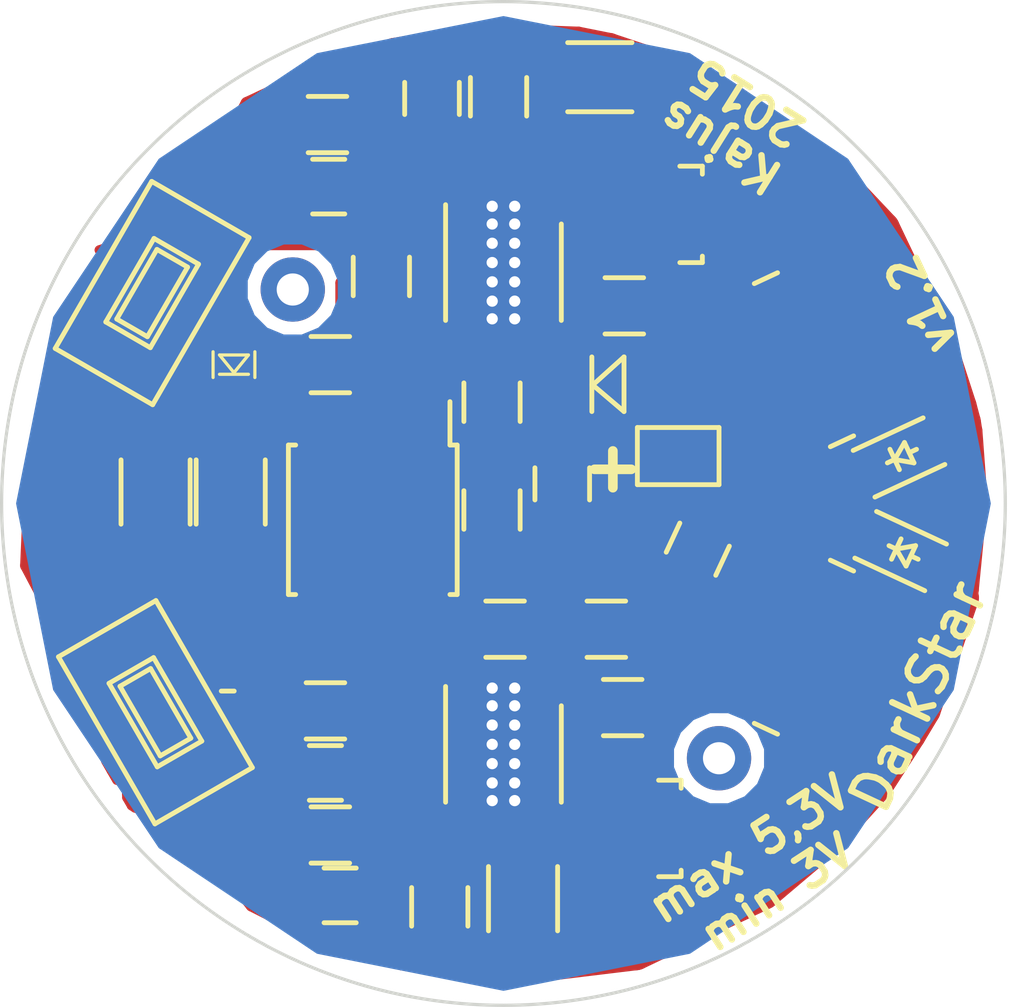
<source format=kicad_pcb>
(kicad_pcb (version 4) (host pcbnew "(2015-11-29 BZR 6336, Git 7b0d981)-product")

  (general
    (links 96)
    (no_connects 0)
    (area 97.370107 81.876107 128.689893 113.195893)
    (thickness 1.6)
    (drawings 8)
    (tracks 428)
    (zones 0)
    (modules 40)
    (nets 27)
  )

  (page A4)
  (title_block
    (title "Darkstar - Double Cree XP-G2 Headlamp ")
    (date 2015-12-04)
    (rev 1.2)
    (company Kajus)
    (comment 1 "Thermal design based on 1mm thick FR4 and 1oz plating")
  )

  (layers
    (0 F.Cu signal)
    (31 B.Cu signal hide)
    (32 B.Adhes user)
    (33 F.Adhes user hide)
    (34 B.Paste user)
    (35 F.Paste user)
    (36 B.SilkS user)
    (37 F.SilkS user)
    (38 B.Mask user hide)
    (39 F.Mask user)
    (40 Dwgs.User user)
    (41 Cmts.User user)
    (42 Eco1.User user)
    (43 Eco2.User user)
    (44 Edge.Cuts user)
    (45 Margin user)
    (46 B.CrtYd user)
    (47 F.CrtYd user)
    (48 B.Fab user)
    (49 F.Fab user)
  )

  (setup
    (last_trace_width 0.25)
    (user_trace_width 0.2)
    (user_trace_width 0.21)
    (user_trace_width 0.3)
    (user_trace_width 0.4)
    (user_trace_width 0.5)
    (user_trace_width 0.6)
    (user_trace_width 0.7)
    (user_trace_width 0.8)
    (trace_clearance 0.2)
    (zone_clearance 0.4)
    (zone_45_only no)
    (trace_min 0.2)
    (segment_width 0.2)
    (edge_width 0.1)
    (via_size 0.6)
    (via_drill 0.4)
    (via_min_size 0.4)
    (via_min_drill 0.3)
    (uvia_size 0.3)
    (uvia_drill 0.1)
    (uvias_allowed no)
    (uvia_min_size 0.2)
    (uvia_min_drill 0.1)
    (pcb_text_width 0.3)
    (pcb_text_size 1.5 1.5)
    (mod_edge_width 0.15)
    (mod_text_size 1 1)
    (mod_text_width 0.15)
    (pad_size 2 2)
    (pad_drill 1)
    (pad_to_mask_clearance 0)
    (aux_axis_origin 0 0)
    (grid_origin 125.8824 79.9084)
    (visible_elements FFFEFF7F)
    (pcbplotparams
      (layerselection 0x010e0_80000001)
      (usegerberextensions true)
      (excludeedgelayer true)
      (linewidth 0.100000)
      (plotframeref false)
      (viasonmask false)
      (mode 1)
      (useauxorigin false)
      (hpglpennumber 1)
      (hpglpenspeed 20)
      (hpglpendiameter 15)
      (hpglpenoverlay 2)
      (psnegative false)
      (psa4output false)
      (plotreference true)
      (plotvalue true)
      (plotinvisibletext false)
      (padsonsilk false)
      (subtractmaskfromsilk false)
      (outputformat 1)
      (mirror false)
      (drillshape 0)
      (scaleselection 1)
      (outputdirectory /home/kajus/out/board))
  )

  (net 0 "")
  (net 1 VCC)
  (net 2 GND)
  (net 3 +5V)
  (net 4 /REF2)
  (net 5 "Net-(D1-Pad1)")
  (net 6 "Net-(D2-Pad1)")
  (net 7 "Net-(D4-Pad1)")
  (net 8 /VOLTAGE)
  (net 9 /VPP)
  (net 10 /ICSPDAT)
  (net 11 /ICSPCLK)
  (net 12 "Net-(Q1-Pad1)")
  (net 13 "Net-(Q2-Pad1)")
  (net 14 /FET1)
  (net 15 /FET2)
  (net 16 "Net-(R11-Pad2)")
  (net 17 /SENSE2)
  (net 18 /PWM1)
  (net 19 /PWM2)
  (net 20 "Net-(D2-Pad2)")
  (net 21 "Net-(D5-Pad1)")
  (net 22 "Net-(D5-Pad2)")
  (net 23 "Net-(D7-Pad1)")
  (net 24 /REF1)
  (net 25 /SENSE1)
  (net 26 /HEATSINK)

  (net_class Default "This is the default net class."
    (clearance 0.2)
    (trace_width 0.25)
    (via_dia 0.6)
    (via_drill 0.4)
    (uvia_dia 0.3)
    (uvia_drill 0.1)
    (add_net +5V)
    (add_net /FET1)
    (add_net /FET2)
    (add_net /HEATSINK)
    (add_net /ICSPCLK)
    (add_net /ICSPDAT)
    (add_net /PWM1)
    (add_net /PWM2)
    (add_net /REF1)
    (add_net /REF2)
    (add_net /SENSE1)
    (add_net /SENSE2)
    (add_net /VOLTAGE)
    (add_net /VPP)
    (add_net GND)
    (add_net "Net-(D1-Pad1)")
    (add_net "Net-(D2-Pad1)")
    (add_net "Net-(D2-Pad2)")
    (add_net "Net-(D4-Pad1)")
    (add_net "Net-(D5-Pad1)")
    (add_net "Net-(D5-Pad2)")
    (add_net "Net-(D7-Pad1)")
    (add_net "Net-(Q1-Pad1)")
    (add_net "Net-(Q2-Pad1)")
    (add_net "Net-(R11-Pad2)")
    (add_net VCC)
  )

  (module Housings_SOT-23_SOT-143_TSOT-6:SOT-143 (layer F.Cu) (tedit 5660A333) (tstamp 55A5622E)
    (at 104.4448 101.1936)
    (descr SOT-143)
    (tags SOT-143)
    (path /55A57924)
    (attr smd)
    (fp_text reference P2 (at 0.07874 -4.0894) (layer F.SilkS) hide
      (effects (font (size 1 1) (thickness 0.15)))
    )
    (fp_text value ICSP (at -0.03048 4.24942) (layer F.Fab)
      (effects (font (size 1 1) (thickness 0.15)))
    )
    (fp_line (start -0.1915 2.17838) (end 0.20982 2.17838) (layer F.SilkS) (width 0.15))
    (pad 1 smd rect (at -0.76962 1.09982) (size 1.19888 1.39954) (layers F.Cu F.Paste F.Mask)
      (net 9 /VPP))
    (pad 2 smd rect (at 0.94996 1.09982) (size 1.00076 1.39954) (layers F.Cu F.Paste F.Mask)
      (net 2 GND))
    (pad 3 smd rect (at 0.94996 -1.09982) (size 1.00076 1.39954) (layers F.Cu F.Paste F.Mask)
      (net 10 /ICSPDAT))
    (pad 4 smd rect (at -0.94996 -1.09982) (size 1.00076 1.39954) (layers F.Cu F.Paste F.Mask)
      (net 11 /ICSPCLK))
    (model Housings_SOT-23_SOT-143_TSOT-6.3dshapes/SOT-143.wrl
      (at (xyz 0 0 0))
      (scale (xyz 1 1 1))
      (rotate (xyz 0 0 0))
    )
  )

  (module LEDs:LED-0805 (layer F.Cu) (tedit 56641A12) (tstamp 5592B898)
    (at 104.648 93.218 90)
    (descr "LED 0805 smd package")
    (tags "LED 0805 SMD")
    (path /558B5893)
    (attr smd)
    (fp_text reference D7 (at -0.9652 -1.2192 90) (layer F.SilkS) hide
      (effects (font (size 1 1) (thickness 0.15)))
    )
    (fp_text value LED (at 0 1.45 90) (layer F.Fab)
      (effects (font (size 1 1) (thickness 0.15)))
    )
    (fp_line (start -0.3 0.45) (end -0.3 -0.45) (layer F.SilkS) (width 0.1))
    (fp_line (start 0.3 -0.45) (end 0.3 0.4) (layer F.SilkS) (width 0.1))
    (fp_line (start 0.3 0.4) (end 0.3 0.45) (layer F.SilkS) (width 0.1))
    (fp_line (start 0.3 0.45) (end -0.25 0) (layer F.SilkS) (width 0.1))
    (fp_line (start -0.25 0) (end 0.3 -0.45) (layer F.SilkS) (width 0.1))
    (fp_line (start -0.4 0.65) (end 0.4 0.65) (layer F.SilkS) (width 0.1))
    (fp_line (start -0.4 -0.65) (end 0.4 -0.65) (layer F.SilkS) (width 0.1))
    (pad 2 smd rect (at 1.04902 0 270) (size 1.19888 1.19888) (layers F.Cu F.Paste F.Mask)
      (net 8 /VOLTAGE))
    (pad 1 smd rect (at -1.04902 0 270) (size 1.19888 1.19888) (layers F.Cu F.Paste F.Mask)
      (net 23 "Net-(D7-Pad1)"))
  )

  (module LEDs:LED-XP-G_CREE (layer F.Cu) (tedit 565F6FA0) (tstamp 55958EDB)
    (at 113.03 90.043)
    (descr http://www.cree.com/~/media/Files/Cree/LED%20Components%20and%20Modules/XLamp/Data%20and%20Binning/XLampXPG.pdf)
    (tags "LED XP-G CREE")
    (path /558480FB)
    (fp_text reference D2 (at 1.3208 -2.7686) (layer F.SilkS) hide
      (effects (font (size 1 1) (thickness 0.15)))
    )
    (fp_text value LED1 (at 0 -2.9) (layer F.Fab)
      (effects (font (size 1 1) (thickness 0.15)))
    )
    (fp_line (start -2.15 -2.15) (end 2.15 -2.15) (layer F.CrtYd) (width 0.05))
    (fp_line (start 2.15 -2.15) (end 2.15 2.15) (layer F.CrtYd) (width 0.05))
    (fp_line (start 2.15 2.15) (end -2.15 2.15) (layer F.CrtYd) (width 0.05))
    (fp_line (start -2.15 2.15) (end -2.15 -2.15) (layer F.CrtYd) (width 0.05))
    (fp_line (start 1.8 -1.2) (end 1.8 1.8) (layer F.SilkS) (width 0.15))
    (fp_line (start -1.8 1.8) (end -1.8 -1.8) (layer F.SilkS) (width 0.15))
    (pad 2 smd rect (at 1.4 0) (size 0.5 3.3) (layers F.Cu F.Paste F.Mask)
      (net 20 "Net-(D2-Pad2)"))
    (pad 1 smd rect (at -1.4 0) (size 0.5 3.3) (layers F.Cu F.Paste F.Mask)
      (net 6 "Net-(D2-Pad1)"))
    (pad 3 smd rect (at 0 0) (size 1.3 4) (layers F.Cu F.Paste F.Mask)
      (net 26 /HEATSINK))
    (pad 3 thru_hole circle (at -0.35 -0.6) (size 0.36 0.36) (drill 0.35) (layers *.Cu)
      (net 26 /HEATSINK))
    (pad 3 thru_hole circle (at -0.35 0) (size 0.36 0.36) (drill 0.35) (layers *.Cu)
      (net 26 /HEATSINK))
    (pad 3 thru_hole circle (at 0.35 0) (size 0.36 0.36) (drill 0.35) (layers *.Cu)
      (net 26 /HEATSINK))
    (pad 3 thru_hole circle (at -0.35 -1.2) (size 0.36 0.36) (drill 0.35) (layers *.Cu)
      (net 26 /HEATSINK))
    (pad 3 thru_hole circle (at -0.35 -1.75) (size 0.36 0.36) (drill 0.35) (layers *.Cu)
      (net 26 /HEATSINK))
    (pad 3 thru_hole circle (at -0.35 0.6) (size 0.36 0.36) (drill 0.35) (layers *.Cu)
      (net 26 /HEATSINK))
    (pad 3 thru_hole circle (at -0.35 1.2) (size 0.36 0.36) (drill 0.35) (layers *.Cu)
      (net 26 /HEATSINK))
    (pad 3 thru_hole circle (at -0.35 1.75) (size 0.36 0.36) (drill 0.35) (layers *.Cu)
      (net 26 /HEATSINK))
    (pad 3 thru_hole circle (at 0.35 -0.6) (size 0.36 0.36) (drill 0.35) (layers *.Cu)
      (net 26 /HEATSINK))
    (pad 3 thru_hole circle (at 0.35 -1.2) (size 0.36 0.36) (drill 0.35) (layers *.Cu)
      (net 26 /HEATSINK))
    (pad 3 thru_hole circle (at 0.35 -1.75) (size 0.36 0.36) (drill 0.35) (layers *.Cu)
      (net 26 /HEATSINK))
    (pad 3 thru_hole circle (at 0.35 0.6) (size 0.36 0.36) (drill 0.35) (layers *.Cu)
      (net 26 /HEATSINK))
    (pad 3 thru_hole circle (at 0.35 1.2) (size 0.36 0.36) (drill 0.35) (layers *.Cu)
      (net 26 /HEATSINK))
    (pad 3 thru_hole circle (at 0.35 1.75) (size 0.36 0.36) (drill 0.35) (layers *.Cu)
      (net 26 /HEATSINK))
    (model LEDs.3dshapes/LED-XP-G_CREE.wrl
      (at (xyz 0 0 0))
      (scale (xyz 1 1 1))
      (rotate (xyz 0 0 0))
    )
  )

  (module LEDs:LED-XP-G_CREE (layer F.Cu) (tedit 565F6F99) (tstamp 55958EE9)
    (at 113.03 105.029)
    (descr http://www.cree.com/~/media/Files/Cree/LED%20Components%20and%20Modules/XLamp/Data%20and%20Binning/XLampXPG.pdf)
    (tags "LED XP-G CREE")
    (path /55889286)
    (fp_text reference D5 (at -2.286 -2.3114) (layer F.SilkS) hide
      (effects (font (size 1 1) (thickness 0.15)))
    )
    (fp_text value LED2 (at 0 -2.9) (layer F.Fab)
      (effects (font (size 1 1) (thickness 0.15)))
    )
    (fp_line (start -2.15 -2.15) (end 2.15 -2.15) (layer F.CrtYd) (width 0.05))
    (fp_line (start 2.15 -2.15) (end 2.15 2.15) (layer F.CrtYd) (width 0.05))
    (fp_line (start 2.15 2.15) (end -2.15 2.15) (layer F.CrtYd) (width 0.05))
    (fp_line (start -2.15 2.15) (end -2.15 -2.15) (layer F.CrtYd) (width 0.05))
    (fp_line (start 1.8 -1.2) (end 1.8 1.8) (layer F.SilkS) (width 0.15))
    (fp_line (start -1.8 1.8) (end -1.8 -1.8) (layer F.SilkS) (width 0.15))
    (pad 3 thru_hole circle (at 0.35 1.2) (size 0.37 0.37) (drill 0.35) (layers *.Cu)
      (net 26 /HEATSINK))
    (pad 3 thru_hole circle (at 0.35 0.6) (size 0.37 0.37) (drill 0.35) (layers *.Cu)
      (net 26 /HEATSINK))
    (pad 3 thru_hole circle (at 0.35 1.75) (size 0.37 0.37) (drill 0.35) (layers *.Cu)
      (net 26 /HEATSINK))
    (pad 3 thru_hole circle (at -0.35 1.75) (size 0.37 0.37) (drill 0.35) (layers *.Cu)
      (net 26 /HEATSINK))
    (pad 3 thru_hole circle (at -0.35 1.2) (size 0.37 0.37) (drill 0.35) (layers *.Cu)
      (net 26 /HEATSINK))
    (pad 3 thru_hole circle (at -0.35 0.6) (size 0.37 0.37) (drill 0.35) (layers *.Cu)
      (net 26 /HEATSINK))
    (pad 3 thru_hole circle (at 0.35 -1.75) (size 0.37 0.37) (drill 0.35) (layers *.Cu)
      (net 26 /HEATSINK))
    (pad 3 thru_hole circle (at 0.35 -1.2) (size 0.37 0.37) (drill 0.35) (layers *.Cu)
      (net 26 /HEATSINK))
    (pad 3 thru_hole circle (at 0.35 -0.6) (size 0.37 0.37) (drill 0.35) (layers *.Cu)
      (net 26 /HEATSINK))
    (pad 3 thru_hole circle (at -0.35 -1.75) (size 0.37 0.37) (drill 0.35) (layers *.Cu)
      (net 26 /HEATSINK))
    (pad 3 thru_hole circle (at -0.35 -1.2) (size 0.37 0.37) (drill 0.35) (layers *.Cu)
      (net 26 /HEATSINK))
    (pad 3 thru_hole circle (at -0.35 -0.6) (size 0.37 0.37) (drill 0.35) (layers *.Cu)
      (net 26 /HEATSINK))
    (pad 3 thru_hole circle (at -0.35 0) (size 0.37 0.37) (drill 0.35) (layers *.Cu)
      (net 26 /HEATSINK))
    (pad 2 smd rect (at 1.4 0) (size 0.5 3.3) (layers F.Cu F.Paste F.Mask)
      (net 22 "Net-(D5-Pad2)"))
    (pad 1 smd rect (at -1.4 0) (size 0.5 3.3) (layers F.Cu F.Paste F.Mask)
      (net 21 "Net-(D5-Pad1)"))
    (pad 3 smd rect (at 0 0) (size 1.3 4) (layers F.Cu F.Paste F.Mask)
      (net 26 /HEATSINK))
    (pad 3 thru_hole circle (at 0.35 0) (size 0.37 0.37) (drill 0.35) (layers *.Cu)
      (net 26 /HEATSINK))
    (model LEDs.3dshapes/LED-XP-G_CREE.wrl
      (at (xyz 0 0 0))
      (scale (xyz 1 1 1))
      (rotate (xyz 0 0 0))
    )
  )

  (module Diodes_SMD:SOD-323 (layer F.Cu) (tedit 56641959) (tstamp 558ABA8E)
    (at 125.4252 96.0628 25)
    (descr SOD-323)
    (tags SOD-323)
    (path /55847FE7)
    (attr smd)
    (fp_text reference D1 (at -2.418426 -0.343008 25) (layer F.SilkS) hide
      (effects (font (size 1 1) (thickness 0.15)))
    )
    (fp_text value BAT60A (at 0.1 1.9 25) (layer F.Fab)
      (effects (font (size 1 1) (thickness 0.15)))
    )
    (fp_line (start 0.25 0) (end 0.5 0) (layer F.SilkS) (width 0.15))
    (fp_line (start -0.25 0) (end -0.5 0) (layer F.SilkS) (width 0.15))
    (fp_line (start -0.25 0) (end 0.25 -0.35) (layer F.SilkS) (width 0.15))
    (fp_line (start 0.25 -0.35) (end 0.25 0.35) (layer F.SilkS) (width 0.15))
    (fp_line (start 0.25 0.35) (end -0.25 0) (layer F.SilkS) (width 0.15))
    (fp_line (start -0.25 -0.35) (end -0.25 0.35) (layer F.SilkS) (width 0.15))
    (fp_line (start -1.5 -0.95) (end 1.5 -0.95) (layer F.CrtYd) (width 0.05))
    (fp_line (start 1.5 -0.95) (end 1.5 0.95) (layer F.CrtYd) (width 0.05))
    (fp_line (start -1.5 0.95) (end 1.5 0.95) (layer F.CrtYd) (width 0.05))
    (fp_line (start -1.5 -0.95) (end -1.5 0.95) (layer F.CrtYd) (width 0.05))
    (fp_line (start -1.3 0.8) (end 1.1 0.8) (layer F.SilkS) (width 0.15))
    (fp_line (start -1.3 -0.8) (end 1.1 -0.8) (layer F.SilkS) (width 0.15))
    (pad 1 smd rect (at -1.055 0 25) (size 0.59 0.45) (layers F.Cu F.Paste F.Mask)
      (net 5 "Net-(D1-Pad1)"))
    (pad 2 smd rect (at 1.055 0 25) (size 0.59 0.45) (layers F.Cu F.Paste F.Mask)
      (net 2 GND))
  )

  (module Connect:GS2 (layer F.Cu) (tedit 565F6FEB) (tstamp 558ABAC4)
    (at 118.4656 96.0628 270)
    (descr "Pontet Goute de soudure")
    (path /558C335D)
    (attr virtual)
    (fp_text reference P1 (at -0.149787 2.004062 360) (layer F.SilkS) hide
      (effects (font (size 1 1) (thickness 0.15)))
    )
    (fp_text value POWER (at 1.524 0 360) (layer F.Fab)
      (effects (font (size 1 1) (thickness 0.15)))
    )
    (fp_line (start -0.889 -1.27) (end -0.889 1.27) (layer F.SilkS) (width 0.15))
    (fp_line (start 0.889 1.27) (end 0.889 -1.27) (layer F.SilkS) (width 0.15))
    (fp_line (start 0.889 1.27) (end -0.889 1.27) (layer F.SilkS) (width 0.15))
    (fp_line (start -0.889 -1.27) (end 0.889 -1.27) (layer F.SilkS) (width 0.15))
    (pad 1 smd rect (at 0 -0.635 270) (size 1.27 0.9652) (layers F.Cu F.Paste F.Mask)
      (net 2 GND))
    (pad 2 smd rect (at 0 0.635 270) (size 1.27 0.9652) (layers F.Cu F.Paste F.Mask)
      (net 1 VCC))
  )

  (module Housings_SOT-23_SOT-143_TSOT-6:SOT-23_Handsoldering (layer F.Cu) (tedit 565F6FA7) (tstamp 558ABAD5)
    (at 118.5672 88.5444 270)
    (descr "SOT-23, Handsoldering")
    (tags SOT-23)
    (path /55885412)
    (attr smd)
    (fp_text reference Q1 (at -1.524 -1.778 360) (layer F.SilkS) hide
      (effects (font (size 1 1) (thickness 0.15)))
    )
    (fp_text value DMP2305U (at 0 3.81 270) (layer F.Fab)
      (effects (font (size 1 1) (thickness 0.15)))
    )
    (fp_line (start -1.49982 0.0508) (end -1.49982 -0.65024) (layer F.SilkS) (width 0.15))
    (fp_line (start -1.49982 -0.65024) (end -1.2509 -0.65024) (layer F.SilkS) (width 0.15))
    (fp_line (start 1.29916 -0.65024) (end 1.49982 -0.65024) (layer F.SilkS) (width 0.15))
    (fp_line (start 1.49982 -0.65024) (end 1.49982 0.0508) (layer F.SilkS) (width 0.15))
    (pad 1 smd rect (at -0.95 1.50114 270) (size 0.8001 1.80086) (layers F.Cu F.Paste F.Mask)
      (net 12 "Net-(Q1-Pad1)"))
    (pad 2 smd rect (at 0.95 1.50114 270) (size 0.8001 1.80086) (layers F.Cu F.Paste F.Mask)
      (net 1 VCC))
    (pad 3 smd rect (at 0 -1.50114 270) (size 0.8001 1.80086) (layers F.Cu F.Paste F.Mask)
      (net 5 "Net-(D1-Pad1)"))
    (model Housings_SOT-23_SOT-143_TSOT-6.3dshapes/SOT-23_Handsoldering.wrl
      (at (xyz 0 0 0))
      (scale (xyz 1 1 1))
      (rotate (xyz 0 0 0))
    )
  )

  (module Housings_SOT-23_SOT-143_TSOT-6:SOT-23_Handsoldering (layer F.Cu) (tedit 565F7462) (tstamp 558ABADC)
    (at 117.9068 107.6452 270)
    (descr "SOT-23, Handsoldering")
    (tags SOT-23)
    (path /558892A7)
    (attr smd)
    (fp_text reference Q2 (at 2.4384 1.524 360) (layer F.SilkS) hide
      (effects (font (size 1 1) (thickness 0.15)))
    )
    (fp_text value DMP2305U (at 0 3.81 270) (layer F.Fab)
      (effects (font (size 1 1) (thickness 0.15)))
    )
    (fp_line (start -1.49982 0.0508) (end -1.49982 -0.65024) (layer F.SilkS) (width 0.15))
    (fp_line (start -1.49982 -0.65024) (end -1.2509 -0.65024) (layer F.SilkS) (width 0.15))
    (fp_line (start 1.29916 -0.65024) (end 1.49982 -0.65024) (layer F.SilkS) (width 0.15))
    (fp_line (start 1.49982 -0.65024) (end 1.49982 0.0508) (layer F.SilkS) (width 0.15))
    (pad 1 smd rect (at -0.95 1.50114 270) (size 0.8001 1.80086) (layers F.Cu F.Paste F.Mask)
      (net 13 "Net-(Q2-Pad1)"))
    (pad 2 smd rect (at 0.95 1.50114 270) (size 0.8001 1.80086) (layers F.Cu F.Paste F.Mask)
      (net 1 VCC))
    (pad 3 smd rect (at 0 -1.50114 270) (size 0.8001 1.80086) (layers F.Cu F.Paste F.Mask)
      (net 7 "Net-(D4-Pad1)"))
    (model Housings_SOT-23_SOT-143_TSOT-6.3dshapes/SOT-23_Handsoldering.wrl
      (at (xyz 0 0 0))
      (scale (xyz 1 1 1))
      (rotate (xyz 0 0 0))
    )
  )

  (module Buttons_Switches_SMD:SW_SPST_FSMSM (layer F.Cu) (tedit 565F6F5A) (tstamp 558ABB60)
    (at 102.108 90.9828 240)
    (descr http://www.te.com/commerce/DocumentDelivery/DDEController?Action=srchrtrv&DocNm=1437566-3&DocType=Customer+Drawing&DocLang=English)
    (tags "SPST button tactile switch")
    (path /55882E33)
    (attr smd)
    (fp_text reference SW1 (at -2.570251 1.542594 240) (layer F.SilkS) hide
      (effects (font (size 1 1) (thickness 0.15)))
    )
    (fp_text value UP (at 0.01011 -0.00022 240) (layer F.Fab)
      (effects (font (size 1 1) (thickness 0.15)))
    )
    (fp_line (start -1.23989 -0.55022) (end 1.26011 -0.55022) (layer F.SilkS) (width 0.15))
    (fp_line (start 1.26011 -0.55022) (end 1.26011 0.54978) (layer F.SilkS) (width 0.15))
    (fp_line (start 1.26011 0.54978) (end -1.23989 0.54978) (layer F.SilkS) (width 0.15))
    (fp_line (start -1.23989 0.54978) (end -1.23989 -0.55022) (layer F.SilkS) (width 0.15))
    (fp_line (start -1.48989 0.79978) (end 1.51011 0.79978) (layer F.SilkS) (width 0.15))
    (fp_line (start -1.48989 -0.80022) (end 1.51011 -0.80022) (layer F.SilkS) (width 0.15))
    (fp_line (start 1.51011 -0.80022) (end 1.51011 0.79978) (layer F.SilkS) (width 0.15))
    (fp_line (start -1.48989 -0.80022) (end -1.48989 0.79978) (layer F.SilkS) (width 0.15))
    (fp_line (start -5.85 1.95) (end 5.9 1.95) (layer F.CrtYd) (width 0.05))
    (fp_line (start 5.9 -2) (end 5.9 1.95) (layer F.CrtYd) (width 0.05))
    (fp_line (start -2.98989 1.74978) (end 3.01011 1.74978) (layer F.SilkS) (width 0.15))
    (fp_line (start -2.98989 -1.75022) (end 3.01011 -1.75022) (layer F.SilkS) (width 0.15))
    (fp_line (start -2.98989 -1.75022) (end -2.98989 1.74978) (layer F.SilkS) (width 0.15))
    (fp_line (start 3.01011 -1.75022) (end 3.01011 1.74978) (layer F.SilkS) (width 0.15))
    (fp_line (start -5.85 -2) (end -5.85 1.95) (layer F.CrtYd) (width 0.05))
    (fp_line (start -5.85 -2) (end 5.9 -2) (layer F.CrtYd) (width 0.05))
    (pad 1 smd rect (at -4.60243 -0.00232 240) (size 2.18 1.6) (layers F.Cu F.Paste F.Mask)
      (net 2 GND))
    (pad 2 smd rect (at 4.60243 0.00232 240) (size 2.18 1.6) (layers F.Cu F.Paste F.Mask)
      (net 9 /VPP))
  )

  (module Buttons_Switches_SMD:SW_SPST_FSMSM (layer F.Cu) (tedit 565F6F63) (tstamp 558ABB66)
    (at 102.2096 104.0384 120)
    (descr http://www.te.com/commerce/DocumentDelivery/DDEController?Action=srchrtrv&DocNm=1437566-3&DocType=Customer+Drawing&DocLang=English)
    (tags "SPST button tactile switch")
    (path /55882F5C)
    (attr smd)
    (fp_text reference SW2 (at 1.689881 2.55944 120) (layer F.SilkS) hide
      (effects (font (size 1 1) (thickness 0.15)))
    )
    (fp_text value DOWN (at 0.01011 -0.00022 120) (layer F.Fab)
      (effects (font (size 1 1) (thickness 0.15)))
    )
    (fp_line (start -1.23989 -0.55022) (end 1.26011 -0.55022) (layer F.SilkS) (width 0.15))
    (fp_line (start 1.26011 -0.55022) (end 1.26011 0.54978) (layer F.SilkS) (width 0.15))
    (fp_line (start 1.26011 0.54978) (end -1.23989 0.54978) (layer F.SilkS) (width 0.15))
    (fp_line (start -1.23989 0.54978) (end -1.23989 -0.55022) (layer F.SilkS) (width 0.15))
    (fp_line (start -1.48989 0.79978) (end 1.51011 0.79978) (layer F.SilkS) (width 0.15))
    (fp_line (start -1.48989 -0.80022) (end 1.51011 -0.80022) (layer F.SilkS) (width 0.15))
    (fp_line (start 1.51011 -0.80022) (end 1.51011 0.79978) (layer F.SilkS) (width 0.15))
    (fp_line (start -1.48989 -0.80022) (end -1.48989 0.79978) (layer F.SilkS) (width 0.15))
    (fp_line (start -5.85 1.95) (end 5.9 1.95) (layer F.CrtYd) (width 0.05))
    (fp_line (start 5.9 -2) (end 5.9 1.95) (layer F.CrtYd) (width 0.05))
    (fp_line (start -2.98989 1.74978) (end 3.01011 1.74978) (layer F.SilkS) (width 0.15))
    (fp_line (start -2.98989 -1.75022) (end 3.01011 -1.75022) (layer F.SilkS) (width 0.15))
    (fp_line (start -2.98989 -1.75022) (end -2.98989 1.74978) (layer F.SilkS) (width 0.15))
    (fp_line (start 3.01011 -1.75022) (end 3.01011 1.74978) (layer F.SilkS) (width 0.15))
    (fp_line (start -5.85 -2) (end -5.85 1.95) (layer F.CrtYd) (width 0.05))
    (fp_line (start -5.85 -2) (end 5.9 -2) (layer F.CrtYd) (width 0.05))
    (pad 1 smd rect (at -4.60243 -0.00232 120) (size 2.18 1.6) (layers F.Cu F.Paste F.Mask)
      (net 2 GND))
    (pad 2 smd rect (at 4.60243 0.00232 120) (size 2.18 1.6) (layers F.Cu F.Paste F.Mask)
      (net 16 "Net-(R11-Pad2)"))
  )

  (module Capacitors_SMD:C_0805 (layer F.Cu) (tedit 5664195F) (tstamp 558AC0D0)
    (at 119.0752 98.9584 65)
    (descr "Capacitor SMD 0805, reflow soldering, AVX (see smccp.pdf)")
    (tags "capacitor 0805")
    (path /558C597A)
    (attr smd)
    (fp_text reference C1 (at 0.064903 -1.543658 65) (layer F.SilkS) hide
      (effects (font (size 1 1) (thickness 0.15)))
    )
    (fp_text value 470n (at 0 2.1 65) (layer F.Fab)
      (effects (font (size 1 1) (thickness 0.15)))
    )
    (fp_line (start -1.8 -1) (end 1.8 -1) (layer F.CrtYd) (width 0.05))
    (fp_line (start -1.8 1) (end 1.8 1) (layer F.CrtYd) (width 0.05))
    (fp_line (start -1.8 -1) (end -1.8 1) (layer F.CrtYd) (width 0.05))
    (fp_line (start 1.8 -1) (end 1.8 1) (layer F.CrtYd) (width 0.05))
    (fp_line (start 0.5 -0.85) (end -0.5 -0.85) (layer F.SilkS) (width 0.15))
    (fp_line (start -0.5 0.85) (end 0.5 0.85) (layer F.SilkS) (width 0.15))
    (pad 1 smd rect (at -1 0 65) (size 1 1.25) (layers F.Cu F.Paste F.Mask)
      (net 1 VCC))
    (pad 2 smd rect (at 1 0 65) (size 1 1.25) (layers F.Cu F.Paste F.Mask)
      (net 2 GND))
    (model Capacitors_SMD.3dshapes/C_0805.wrl
      (at (xyz 0 0 0))
      (scale (xyz 1 1 1))
      (rotate (xyz 0 0 0))
    )
  )

  (module Capacitors_SMD:C_0805 (layer F.Cu) (tedit 56641977) (tstamp 558AC0DA)
    (at 107.5944 87.6808 180)
    (descr "Capacitor SMD 0805, reflow soldering, AVX (see smccp.pdf)")
    (tags "capacitor 0805")
    (path /558B6186)
    (attr smd)
    (fp_text reference C4 (at -2.5908 0 180) (layer F.SilkS) hide
      (effects (font (size 1 1) (thickness 0.15)))
    )
    (fp_text value 1u (at 0 2.1 180) (layer F.Fab)
      (effects (font (size 1 1) (thickness 0.15)))
    )
    (fp_line (start -1.8 -1) (end 1.8 -1) (layer F.CrtYd) (width 0.05))
    (fp_line (start -1.8 1) (end 1.8 1) (layer F.CrtYd) (width 0.05))
    (fp_line (start -1.8 -1) (end -1.8 1) (layer F.CrtYd) (width 0.05))
    (fp_line (start 1.8 -1) (end 1.8 1) (layer F.CrtYd) (width 0.05))
    (fp_line (start 0.5 -0.85) (end -0.5 -0.85) (layer F.SilkS) (width 0.15))
    (fp_line (start -0.5 0.85) (end 0.5 0.85) (layer F.SilkS) (width 0.15))
    (pad 1 smd rect (at -1 0 180) (size 1 1.25) (layers F.Cu F.Paste F.Mask)
      (net 24 /REF1))
    (pad 2 smd rect (at 1 0 180) (size 1 1.25) (layers F.Cu F.Paste F.Mask)
      (net 2 GND))
    (model Capacitors_SMD.3dshapes/C_0805.wrl
      (at (xyz 0 0 0))
      (scale (xyz 1 1 1))
      (rotate (xyz 0 0 0))
    )
  )

  (module Capacitors_SMD:C_0805 (layer F.Cu) (tedit 566419B5) (tstamp 558AC0DF)
    (at 107.95 109.728 180)
    (descr "Capacitor SMD 0805, reflow soldering, AVX (see smccp.pdf)")
    (tags "capacitor 0805")
    (path /558D0396)
    (attr smd)
    (fp_text reference C6 (at -0.5588 -1.5748 180) (layer F.SilkS) hide
      (effects (font (size 1 1) (thickness 0.15)))
    )
    (fp_text value 1n (at 0 2.1 180) (layer F.Fab)
      (effects (font (size 1 1) (thickness 0.15)))
    )
    (fp_line (start -1.8 -1) (end 1.8 -1) (layer F.CrtYd) (width 0.05))
    (fp_line (start -1.8 1) (end 1.8 1) (layer F.CrtYd) (width 0.05))
    (fp_line (start -1.8 -1) (end -1.8 1) (layer F.CrtYd) (width 0.05))
    (fp_line (start 1.8 -1) (end 1.8 1) (layer F.CrtYd) (width 0.05))
    (fp_line (start 0.5 -0.85) (end -0.5 -0.85) (layer F.SilkS) (width 0.15))
    (fp_line (start -0.5 0.85) (end 0.5 0.85) (layer F.SilkS) (width 0.15))
    (pad 1 smd rect (at -1 0 180) (size 1 1.25) (layers F.Cu F.Paste F.Mask)
      (net 17 /SENSE2))
    (pad 2 smd rect (at 1 0 180) (size 1 1.25) (layers F.Cu F.Paste F.Mask)
      (net 2 GND))
    (model Capacitors_SMD.3dshapes/C_0805.wrl
      (at (xyz 0 0 0))
      (scale (xyz 1 1 1))
      (rotate (xyz 0 0 0))
    )
  )

  (module Capacitors_SMD:C_0805 (layer F.Cu) (tedit 56641963) (tstamp 558AC0E9)
    (at 114.8588 96.9264 270)
    (descr "Capacitor SMD 0805, reflow soldering, AVX (see smccp.pdf)")
    (tags "capacitor 0805")
    (path /558CB967)
    (attr smd)
    (fp_text reference C8 (at 1.3716 -1.524 270) (layer F.SilkS) hide
      (effects (font (size 1 1) (thickness 0.15)))
    )
    (fp_text value 1u (at 0 2.1 270) (layer F.Fab)
      (effects (font (size 1 1) (thickness 0.15)))
    )
    (fp_line (start -1.8 -1) (end 1.8 -1) (layer F.CrtYd) (width 0.05))
    (fp_line (start -1.8 1) (end 1.8 1) (layer F.CrtYd) (width 0.05))
    (fp_line (start -1.8 -1) (end -1.8 1) (layer F.CrtYd) (width 0.05))
    (fp_line (start 1.8 -1) (end 1.8 1) (layer F.CrtYd) (width 0.05))
    (fp_line (start 0.5 -0.85) (end -0.5 -0.85) (layer F.SilkS) (width 0.15))
    (fp_line (start -0.5 0.85) (end 0.5 0.85) (layer F.SilkS) (width 0.15))
    (pad 1 smd rect (at -1 0 270) (size 1 1.25) (layers F.Cu F.Paste F.Mask)
      (net 3 +5V))
    (pad 2 smd rect (at 1 0 270) (size 1 1.25) (layers F.Cu F.Paste F.Mask)
      (net 2 GND))
    (model Capacitors_SMD.3dshapes/C_0805.wrl
      (at (xyz 0 0 0))
      (scale (xyz 1 1 1))
      (rotate (xyz 0 0 0))
    )
  )

  (module Resistors_SMD:R_0805 (layer F.Cu) (tedit 56641969) (tstamp 558AC0F8)
    (at 113.0808 101.4476 180)
    (descr "Resistor SMD 0805, reflow soldering, Vishay (see dcrcw.pdf)")
    (tags "resistor 0805")
    (path /55885BDE)
    (attr smd)
    (fp_text reference R1 (at 0 1.4732 180) (layer F.SilkS) hide
      (effects (font (size 1 1) (thickness 0.15)))
    )
    (fp_text value 82R (at 0 2.1 180) (layer F.Fab)
      (effects (font (size 1 1) (thickness 0.15)))
    )
    (fp_line (start -1.6 -1) (end 1.6 -1) (layer F.CrtYd) (width 0.05))
    (fp_line (start -1.6 1) (end 1.6 1) (layer F.CrtYd) (width 0.05))
    (fp_line (start -1.6 -1) (end -1.6 1) (layer F.CrtYd) (width 0.05))
    (fp_line (start 1.6 -1) (end 1.6 1) (layer F.CrtYd) (width 0.05))
    (fp_line (start 0.6 0.875) (end -0.6 0.875) (layer F.SilkS) (width 0.15))
    (fp_line (start -0.6 -0.875) (end 0.6 -0.875) (layer F.SilkS) (width 0.15))
    (pad 1 smd rect (at -0.95 0 180) (size 0.7 1.3) (layers F.Cu F.Paste F.Mask)
      (net 12 "Net-(Q1-Pad1)"))
    (pad 2 smd rect (at 0.95 0 180) (size 0.7 1.3) (layers F.Cu F.Paste F.Mask)
      (net 14 /FET1))
    (model Resistors_SMD.3dshapes/R_0805.wrl
      (at (xyz 0 0 0))
      (scale (xyz 1 1 1))
      (rotate (xyz 0 0 0))
    )
  )

  (module Resistors_SMD:R_0805 (layer F.Cu) (tedit 5664198A) (tstamp 558AC0FD)
    (at 116.7892 91.3892 180)
    (descr "Resistor SMD 0805, reflow soldering, Vishay (see dcrcw.pdf)")
    (tags "resistor 0805")
    (path /55885C16)
    (attr smd)
    (fp_text reference R2 (at -2.6924 1.2192 180) (layer F.SilkS) hide
      (effects (font (size 1 1) (thickness 0.15)))
    )
    (fp_text value 10k (at 0 2.1 180) (layer F.Fab)
      (effects (font (size 1 1) (thickness 0.15)))
    )
    (fp_line (start -1.6 -1) (end 1.6 -1) (layer F.CrtYd) (width 0.05))
    (fp_line (start -1.6 1) (end 1.6 1) (layer F.CrtYd) (width 0.05))
    (fp_line (start -1.6 -1) (end -1.6 1) (layer F.CrtYd) (width 0.05))
    (fp_line (start 1.6 -1) (end 1.6 1) (layer F.CrtYd) (width 0.05))
    (fp_line (start 0.6 0.875) (end -0.6 0.875) (layer F.SilkS) (width 0.15))
    (fp_line (start -0.6 -0.875) (end 0.6 -0.875) (layer F.SilkS) (width 0.15))
    (pad 1 smd rect (at -0.95 0 180) (size 0.7 1.3) (layers F.Cu F.Paste F.Mask)
      (net 1 VCC))
    (pad 2 smd rect (at 0.95 0 180) (size 0.7 1.3) (layers F.Cu F.Paste F.Mask)
      (net 12 "Net-(Q1-Pad1)"))
    (model Resistors_SMD.3dshapes/R_0805.wrl
      (at (xyz 0 0 0))
      (scale (xyz 1 1 1))
      (rotate (xyz 0 0 0))
    )
  )

  (module Resistors_SMD:R_0805 (layer F.Cu) (tedit 5664199F) (tstamp 558AC102)
    (at 107.4928 103.9876)
    (descr "Resistor SMD 0805, reflow soldering, Vishay (see dcrcw.pdf)")
    (tags "resistor 0805")
    (path /558C24EB)
    (attr smd)
    (fp_text reference R3 (at 2.4384 0.1524) (layer F.SilkS) hide
      (effects (font (size 1 1) (thickness 0.15)))
    )
    (fp_text value 190k (at 0 2.1) (layer F.Fab)
      (effects (font (size 1 1) (thickness 0.15)))
    )
    (fp_line (start -1.6 -1) (end 1.6 -1) (layer F.CrtYd) (width 0.05))
    (fp_line (start -1.6 1) (end 1.6 1) (layer F.CrtYd) (width 0.05))
    (fp_line (start -1.6 -1) (end -1.6 1) (layer F.CrtYd) (width 0.05))
    (fp_line (start 1.6 -1) (end 1.6 1) (layer F.CrtYd) (width 0.05))
    (fp_line (start 0.6 0.875) (end -0.6 0.875) (layer F.SilkS) (width 0.15))
    (fp_line (start -0.6 -0.875) (end 0.6 -0.875) (layer F.SilkS) (width 0.15))
    (pad 1 smd rect (at -0.95 0) (size 0.7 1.3) (layers F.Cu F.Paste F.Mask)
      (net 19 /PWM2))
    (pad 2 smd rect (at 0.95 0) (size 0.7 1.3) (layers F.Cu F.Paste F.Mask)
      (net 4 /REF2))
    (model Resistors_SMD.3dshapes/R_0805.wrl
      (at (xyz 0 0 0))
      (scale (xyz 1 1 1))
      (rotate (xyz 0 0 0))
    )
  )

  (module Resistors_SMD:R_0805 (layer F.Cu) (tedit 566419A5) (tstamp 558AC107)
    (at 107.6452 107.8484 180)
    (descr "Resistor SMD 0805, reflow soldering, Vishay (see dcrcw.pdf)")
    (tags "resistor 0805")
    (path /558F2EB9)
    (attr smd)
    (fp_text reference R4 (at -2.54 0.1016 180) (layer F.SilkS) hide
      (effects (font (size 1 1) (thickness 0.15)))
    )
    (fp_text value 5k6 (at 0 2.1 180) (layer F.Fab)
      (effects (font (size 1 1) (thickness 0.15)))
    )
    (fp_line (start -1.6 -1) (end 1.6 -1) (layer F.CrtYd) (width 0.05))
    (fp_line (start -1.6 1) (end 1.6 1) (layer F.CrtYd) (width 0.05))
    (fp_line (start -1.6 -1) (end -1.6 1) (layer F.CrtYd) (width 0.05))
    (fp_line (start 1.6 -1) (end 1.6 1) (layer F.CrtYd) (width 0.05))
    (fp_line (start 0.6 0.875) (end -0.6 0.875) (layer F.SilkS) (width 0.15))
    (fp_line (start -0.6 -0.875) (end 0.6 -0.875) (layer F.SilkS) (width 0.15))
    (pad 1 smd rect (at -0.95 0 180) (size 0.7 1.3) (layers F.Cu F.Paste F.Mask)
      (net 4 /REF2))
    (pad 2 smd rect (at 0.95 0 180) (size 0.7 1.3) (layers F.Cu F.Paste F.Mask)
      (net 2 GND))
    (model Resistors_SMD.3dshapes/R_0805.wrl
      (at (xyz 0 0 0))
      (scale (xyz 1 1 1))
      (rotate (xyz 0 0 0))
    )
  )

  (module Resistors_SMD:R_0805 (layer F.Cu) (tedit 5664197A) (tstamp 558AC116)
    (at 107.5563 85.7504 180)
    (descr "Resistor SMD 0805, reflow soldering, Vishay (see dcrcw.pdf)")
    (tags "resistor 0805")
    (path /558F2640)
    (attr smd)
    (fp_text reference R7 (at -0.7493 1.5748 180) (layer F.SilkS) hide
      (effects (font (size 1 1) (thickness 0.15)))
    )
    (fp_text value 5k6 (at 0 2.1 180) (layer F.Fab)
      (effects (font (size 1 1) (thickness 0.15)))
    )
    (fp_line (start -1.6 -1) (end 1.6 -1) (layer F.CrtYd) (width 0.05))
    (fp_line (start -1.6 1) (end 1.6 1) (layer F.CrtYd) (width 0.05))
    (fp_line (start -1.6 -1) (end -1.6 1) (layer F.CrtYd) (width 0.05))
    (fp_line (start 1.6 -1) (end 1.6 1) (layer F.CrtYd) (width 0.05))
    (fp_line (start 0.6 0.875) (end -0.6 0.875) (layer F.SilkS) (width 0.15))
    (fp_line (start -0.6 -0.875) (end 0.6 -0.875) (layer F.SilkS) (width 0.15))
    (pad 1 smd rect (at -0.95 0 180) (size 0.7 1.3) (layers F.Cu F.Paste F.Mask)
      (net 24 /REF1))
    (pad 2 smd rect (at 0.95 0 180) (size 0.7 1.3) (layers F.Cu F.Paste F.Mask)
      (net 2 GND))
    (model Resistors_SMD.3dshapes/R_0805.wrl
      (at (xyz 0 0 0))
      (scale (xyz 1 1 1))
      (rotate (xyz 0 0 0))
    )
  )

  (module Resistors_SMD:R_0805 (layer F.Cu) (tedit 56641983) (tstamp 558AC11B)
    (at 112.8776 84.8868 270)
    (descr "Resistor SMD 0805, reflow soldering, Vishay (see dcrcw.pdf)")
    (tags "resistor 0805")
    (path /5588846A)
    (attr smd)
    (fp_text reference R8 (at -2.0828 0 360) (layer F.SilkS) hide
      (effects (font (size 1 1) (thickness 0.15)))
    )
    (fp_text value 2k2 (at 0 2.1 270) (layer F.Fab)
      (effects (font (size 1 1) (thickness 0.15)))
    )
    (fp_line (start -1.6 -1) (end 1.6 -1) (layer F.CrtYd) (width 0.05))
    (fp_line (start -1.6 1) (end 1.6 1) (layer F.CrtYd) (width 0.05))
    (fp_line (start -1.6 -1) (end -1.6 1) (layer F.CrtYd) (width 0.05))
    (fp_line (start 1.6 -1) (end 1.6 1) (layer F.CrtYd) (width 0.05))
    (fp_line (start 0.6 0.875) (end -0.6 0.875) (layer F.SilkS) (width 0.15))
    (fp_line (start -0.6 -0.875) (end 0.6 -0.875) (layer F.SilkS) (width 0.15))
    (pad 1 smd rect (at -0.95 0 270) (size 0.7 1.3) (layers F.Cu F.Paste F.Mask)
      (net 6 "Net-(D2-Pad1)"))
    (pad 2 smd rect (at 0.95 0 270) (size 0.7 1.3) (layers F.Cu F.Paste F.Mask)
      (net 25 /SENSE1))
    (model Resistors_SMD.3dshapes/R_0805.wrl
      (at (xyz 0 0 0))
      (scale (xyz 1 1 1))
      (rotate (xyz 0 0 0))
    )
  )

  (module Resistors_SMD:R_0805 (layer F.Cu) (tedit 5664196D) (tstamp 558AC125)
    (at 112.6744 97.7392 270)
    (descr "Resistor SMD 0805, reflow soldering, Vishay (see dcrcw.pdf)")
    (tags "resistor 0805")
    (path /55882FCF)
    (attr smd)
    (fp_text reference R10 (at 0.4572 2.4384 360) (layer F.SilkS) hide
      (effects (font (size 1 1) (thickness 0.15)))
    )
    (fp_text value 10k (at 0 2.1 270) (layer F.Fab)
      (effects (font (size 1 1) (thickness 0.15)))
    )
    (fp_line (start -1.6 -1) (end 1.6 -1) (layer F.CrtYd) (width 0.05))
    (fp_line (start -1.6 1) (end 1.6 1) (layer F.CrtYd) (width 0.05))
    (fp_line (start -1.6 -1) (end -1.6 1) (layer F.CrtYd) (width 0.05))
    (fp_line (start 1.6 -1) (end 1.6 1) (layer F.CrtYd) (width 0.05))
    (fp_line (start 0.6 0.875) (end -0.6 0.875) (layer F.SilkS) (width 0.15))
    (fp_line (start -0.6 -0.875) (end 0.6 -0.875) (layer F.SilkS) (width 0.15))
    (pad 1 smd rect (at -0.95 0 270) (size 0.7 1.3) (layers F.Cu F.Paste F.Mask)
      (net 3 +5V))
    (pad 2 smd rect (at 0.95 0 270) (size 0.7 1.3) (layers F.Cu F.Paste F.Mask)
      (net 9 /VPP))
    (model Resistors_SMD.3dshapes/R_0805.wrl
      (at (xyz 0 0 0))
      (scale (xyz 1 1 1))
      (rotate (xyz 0 0 0))
    )
  )

  (module Resistors_SMD:R_0805 (layer F.Cu) (tedit 56641970) (tstamp 558AC12A)
    (at 112.6744 94.3864 270)
    (descr "Resistor SMD 0805, reflow soldering, Vishay (see dcrcw.pdf)")
    (tags "resistor 0805")
    (path /55883018)
    (attr smd)
    (fp_text reference R11 (at 2.3368 2.3368 360) (layer F.SilkS) hide
      (effects (font (size 1 1) (thickness 0.15)))
    )
    (fp_text value 10k (at 0 2.1 270) (layer F.Fab)
      (effects (font (size 1 1) (thickness 0.15)))
    )
    (fp_line (start -1.6 -1) (end 1.6 -1) (layer F.CrtYd) (width 0.05))
    (fp_line (start -1.6 1) (end 1.6 1) (layer F.CrtYd) (width 0.05))
    (fp_line (start -1.6 -1) (end -1.6 1) (layer F.CrtYd) (width 0.05))
    (fp_line (start 1.6 -1) (end 1.6 1) (layer F.CrtYd) (width 0.05))
    (fp_line (start 0.6 0.875) (end -0.6 0.875) (layer F.SilkS) (width 0.15))
    (fp_line (start -0.6 -0.875) (end 0.6 -0.875) (layer F.SilkS) (width 0.15))
    (pad 1 smd rect (at -0.95 0 270) (size 0.7 1.3) (layers F.Cu F.Paste F.Mask)
      (net 3 +5V))
    (pad 2 smd rect (at 0.95 0 270) (size 0.7 1.3) (layers F.Cu F.Paste F.Mask)
      (net 16 "Net-(R11-Pad2)"))
    (model Resistors_SMD.3dshapes/R_0805.wrl
      (at (xyz 0 0 0))
      (scale (xyz 1 1 1))
      (rotate (xyz 0 0 0))
    )
  )

  (module Resistors_SMD:R_0805 (layer F.Cu) (tedit 56641966) (tstamp 558AC12F)
    (at 116.2304 101.4476 180)
    (descr "Resistor SMD 0805, reflow soldering, Vishay (see dcrcw.pdf)")
    (tags "resistor 0805")
    (path /558892B5)
    (attr smd)
    (fp_text reference R12 (at 0.3556 1.6256 180) (layer F.SilkS) hide
      (effects (font (size 1 1) (thickness 0.15)))
    )
    (fp_text value 82R (at 0 2.1 180) (layer F.Fab)
      (effects (font (size 1 1) (thickness 0.15)))
    )
    (fp_line (start -1.6 -1) (end 1.6 -1) (layer F.CrtYd) (width 0.05))
    (fp_line (start -1.6 1) (end 1.6 1) (layer F.CrtYd) (width 0.05))
    (fp_line (start -1.6 -1) (end -1.6 1) (layer F.CrtYd) (width 0.05))
    (fp_line (start 1.6 -1) (end 1.6 1) (layer F.CrtYd) (width 0.05))
    (fp_line (start 0.6 0.875) (end -0.6 0.875) (layer F.SilkS) (width 0.15))
    (fp_line (start -0.6 -0.875) (end 0.6 -0.875) (layer F.SilkS) (width 0.15))
    (pad 1 smd rect (at -0.95 0 180) (size 0.7 1.3) (layers F.Cu F.Paste F.Mask)
      (net 13 "Net-(Q2-Pad1)"))
    (pad 2 smd rect (at 0.95 0 180) (size 0.7 1.3) (layers F.Cu F.Paste F.Mask)
      (net 15 /FET2))
    (model Resistors_SMD.3dshapes/R_0805.wrl
      (at (xyz 0 0 0))
      (scale (xyz 1 1 1))
      (rotate (xyz 0 0 0))
    )
  )

  (module Resistors_SMD:R_0805 (layer F.Cu) (tedit 5664199C) (tstamp 558AC139)
    (at 116.7384 103.886 180)
    (descr "Resistor SMD 0805, reflow soldering, Vishay (see dcrcw.pdf)")
    (tags "resistor 0805")
    (path /558892BB)
    (attr smd)
    (fp_text reference R14 (at 0.0508 -1.5748 180) (layer F.SilkS) hide
      (effects (font (size 1 1) (thickness 0.15)))
    )
    (fp_text value 10k (at 0 2.1 180) (layer F.Fab)
      (effects (font (size 1 1) (thickness 0.15)))
    )
    (fp_line (start -1.6 -1) (end 1.6 -1) (layer F.CrtYd) (width 0.05))
    (fp_line (start -1.6 1) (end 1.6 1) (layer F.CrtYd) (width 0.05))
    (fp_line (start -1.6 -1) (end -1.6 1) (layer F.CrtYd) (width 0.05))
    (fp_line (start 1.6 -1) (end 1.6 1) (layer F.CrtYd) (width 0.05))
    (fp_line (start 0.6 0.875) (end -0.6 0.875) (layer F.SilkS) (width 0.15))
    (fp_line (start -0.6 -0.875) (end 0.6 -0.875) (layer F.SilkS) (width 0.15))
    (pad 1 smd rect (at -0.95 0 180) (size 0.7 1.3) (layers F.Cu F.Paste F.Mask)
      (net 1 VCC))
    (pad 2 smd rect (at 0.95 0 180) (size 0.7 1.3) (layers F.Cu F.Paste F.Mask)
      (net 13 "Net-(Q2-Pad1)"))
    (model Resistors_SMD.3dshapes/R_0805.wrl
      (at (xyz 0 0 0))
      (scale (xyz 1 1 1))
      (rotate (xyz 0 0 0))
    )
  )

  (module Resistors_SMD:R_0805 (layer F.Cu) (tedit 566419AD) (tstamp 558AC14D)
    (at 111.0488 110.0836 90)
    (descr "Resistor SMD 0805, reflow soldering, Vishay (see dcrcw.pdf)")
    (tags "resistor 0805")
    (path /558892D2)
    (attr smd)
    (fp_text reference R18 (at -2.1336 0.0508 180) (layer F.SilkS) hide
      (effects (font (size 1 1) (thickness 0.15)))
    )
    (fp_text value 2k2 (at 0 2.1 90) (layer F.Fab)
      (effects (font (size 1 1) (thickness 0.15)))
    )
    (fp_line (start -1.6 -1) (end 1.6 -1) (layer F.CrtYd) (width 0.05))
    (fp_line (start -1.6 1) (end 1.6 1) (layer F.CrtYd) (width 0.05))
    (fp_line (start -1.6 -1) (end -1.6 1) (layer F.CrtYd) (width 0.05))
    (fp_line (start 1.6 -1) (end 1.6 1) (layer F.CrtYd) (width 0.05))
    (fp_line (start 0.6 0.875) (end -0.6 0.875) (layer F.SilkS) (width 0.15))
    (fp_line (start -0.6 -0.875) (end 0.6 -0.875) (layer F.SilkS) (width 0.15))
    (pad 1 smd rect (at -0.95 0 90) (size 0.7 1.3) (layers F.Cu F.Paste F.Mask)
      (net 21 "Net-(D5-Pad1)"))
    (pad 2 smd rect (at 0.95 0 90) (size 0.7 1.3) (layers F.Cu F.Paste F.Mask)
      (net 17 /SENSE2))
    (model Resistors_SMD.3dshapes/R_0805.wrl
      (at (xyz 0 0 0))
      (scale (xyz 1 1 1))
      (rotate (xyz 0 0 0))
    )
  )

  (module Resistors_SMD:R_0805 (layer F.Cu) (tedit 56641973) (tstamp 558AC152)
    (at 107.6452 93.218)
    (descr "Resistor SMD 0805, reflow soldering, Vishay (see dcrcw.pdf)")
    (tags "resistor 0805")
    (path /558B5940)
    (attr smd)
    (fp_text reference R19 (at 2.1844 -0.1524 90) (layer F.SilkS) hide
      (effects (font (size 0.8 0.8) (thickness 0.15)))
    )
    (fp_text value 470R (at 0 2.1) (layer F.Fab)
      (effects (font (size 1 1) (thickness 0.15)))
    )
    (fp_line (start -1.6 -1) (end 1.6 -1) (layer F.CrtYd) (width 0.05))
    (fp_line (start -1.6 1) (end 1.6 1) (layer F.CrtYd) (width 0.05))
    (fp_line (start -1.6 -1) (end -1.6 1) (layer F.CrtYd) (width 0.05))
    (fp_line (start 1.6 -1) (end 1.6 1) (layer F.CrtYd) (width 0.05))
    (fp_line (start 0.6 0.875) (end -0.6 0.875) (layer F.SilkS) (width 0.15))
    (fp_line (start -0.6 -0.875) (end 0.6 -0.875) (layer F.SilkS) (width 0.15))
    (pad 1 smd rect (at -0.95 0) (size 0.7 1.3) (layers F.Cu F.Paste F.Mask)
      (net 8 /VOLTAGE))
    (pad 2 smd rect (at 0.95 0) (size 0.7 1.3) (layers F.Cu F.Paste F.Mask)
      (net 18 /PWM1))
    (model Resistors_SMD.3dshapes/R_0805.wrl
      (at (xyz 0 0 0))
      (scale (xyz 1 1 1))
      (rotate (xyz 0 0 0))
    )
  )

  (module Choke_SMD:Choke_SMD_Wuerth-WE-PD2-Typ-MS (layer F.Cu) (tedit 565F6FB3) (tstamp 558C3DAC)
    (at 122.3772 93.0656 25)
    (descr "Choke, Drossel, WE-PD2, Typ MS, Wuerth, SMD,")
    (tags "Choke, Drossel, WE-PD2, Typ MS, Wuerth, SMD,")
    (path /5584804C)
    (attr smd)
    (fp_text reference L1 (at 3.952777 -0.062544 25) (layer F.SilkS) hide
      (effects (font (size 1 1) (thickness 0.15)))
    )
    (fp_text value 22uH (at 0 5.08 25) (layer F.Fab)
      (effects (font (size 1 1) (thickness 0.15)))
    )
    (fp_line (start -0.39878 2.79908) (end 0.39878 2.79908) (layer F.SilkS) (width 0.15))
    (fp_line (start -0.39878 -2.79908) (end 0.39878 -2.79908) (layer F.SilkS) (width 0.15))
    (pad 1 smd rect (at -1.9304 0 25) (size 2.14884 5.4991) (layers F.Cu F.Paste F.Mask)
      (net 5 "Net-(D1-Pad1)"))
    (pad 2 smd rect (at 1.9304 0 25) (size 2.14884 5.4991) (layers F.Cu F.Paste F.Mask)
      (net 20 "Net-(D2-Pad2)"))
  )

  (module Choke_SMD:Choke_SMD_Wuerth-WE-PD2-Typ-MS (layer F.Cu) (tedit 565F6FAD) (tstamp 558C3DB1)
    (at 122.3772 102.0064 335)
    (descr "Choke, Drossel, WE-PD2, Typ MS, Wuerth, SMD,")
    (tags "Choke, Drossel, WE-PD2, Typ MS, Wuerth, SMD,")
    (path /55889280)
    (attr smd)
    (fp_text reference L2 (at 3.906736 0.084013 335) (layer F.SilkS) hide
      (effects (font (size 1 1) (thickness 0.15)))
    )
    (fp_text value 22uH (at 0 5.08 335) (layer F.Fab)
      (effects (font (size 1 1) (thickness 0.15)))
    )
    (fp_line (start -0.39878 2.79908) (end 0.39878 2.79908) (layer F.SilkS) (width 0.15))
    (fp_line (start -0.39878 -2.79908) (end 0.39878 -2.79908) (layer F.SilkS) (width 0.15))
    (pad 1 smd rect (at -1.9304 0 335) (size 2.14884 5.4991) (layers F.Cu F.Paste F.Mask)
      (net 7 "Net-(D4-Pad1)"))
    (pad 2 smd rect (at 1.9304 0 335) (size 2.14884 5.4991) (layers F.Cu F.Paste F.Mask)
      (net 22 "Net-(D5-Pad2)"))
  )

  (module Resistors_SMD:R_1206 (layer F.Cu) (tedit 56641986) (tstamp 558C3DB6)
    (at 116.0272 84.2772)
    (descr "Resistor SMD 1206, reflow soldering, Vishay (see dcrcw.pdf)")
    (tags "resistor 1206")
    (path /5584820F)
    (attr smd)
    (fp_text reference R5 (at 3.1496 0.1524) (layer F.SilkS) hide
      (effects (font (size 1 1) (thickness 0.15)))
    )
    (fp_text value 0,1R (at 0 2.3) (layer F.Fab)
      (effects (font (size 1 1) (thickness 0.15)))
    )
    (fp_line (start -2.2 -1.2) (end 2.2 -1.2) (layer F.CrtYd) (width 0.05))
    (fp_line (start -2.2 1.2) (end 2.2 1.2) (layer F.CrtYd) (width 0.05))
    (fp_line (start -2.2 -1.2) (end -2.2 1.2) (layer F.CrtYd) (width 0.05))
    (fp_line (start 2.2 -1.2) (end 2.2 1.2) (layer F.CrtYd) (width 0.05))
    (fp_line (start 1 1.075) (end -1 1.075) (layer F.SilkS) (width 0.15))
    (fp_line (start -1 -1.075) (end 1 -1.075) (layer F.SilkS) (width 0.15))
    (pad 1 smd rect (at -1.45 0) (size 0.9 1.7) (layers F.Cu F.Paste F.Mask)
      (net 6 "Net-(D2-Pad1)"))
    (pad 2 smd rect (at 1.45 0) (size 0.9 1.7) (layers F.Cu F.Paste F.Mask)
      (net 2 GND))
    (model Resistors_SMD.3dshapes/R_1206.wrl
      (at (xyz 0 0 0))
      (scale (xyz 1 1 1))
      (rotate (xyz 0 0 0))
    )
  )

  (module Capacitors_SMD:C_0805 (layer F.Cu) (tedit 566419A2) (tstamp 558EDD60)
    (at 107.4928 105.918 180)
    (descr "Capacitor SMD 0805, reflow soldering, AVX (see smccp.pdf)")
    (tags "capacitor 0805")
    (path /558C25EB)
    (attr smd)
    (fp_text reference C2 (at -2.6924 0.0508 180) (layer F.SilkS) hide
      (effects (font (size 1 1) (thickness 0.15)))
    )
    (fp_text value 1u (at 0 2.1 180) (layer F.Fab)
      (effects (font (size 1 1) (thickness 0.15)))
    )
    (fp_line (start -1.8 -1) (end 1.8 -1) (layer F.CrtYd) (width 0.05))
    (fp_line (start -1.8 1) (end 1.8 1) (layer F.CrtYd) (width 0.05))
    (fp_line (start -1.8 -1) (end -1.8 1) (layer F.CrtYd) (width 0.05))
    (fp_line (start 1.8 -1) (end 1.8 1) (layer F.CrtYd) (width 0.05))
    (fp_line (start 0.5 -0.85) (end -0.5 -0.85) (layer F.SilkS) (width 0.15))
    (fp_line (start -0.5 0.85) (end 0.5 0.85) (layer F.SilkS) (width 0.15))
    (pad 1 smd rect (at -1 0 180) (size 1 1.25) (layers F.Cu F.Paste F.Mask)
      (net 4 /REF2))
    (pad 2 smd rect (at 1 0 180) (size 1 1.25) (layers F.Cu F.Paste F.Mask)
      (net 2 GND))
    (model Capacitors_SMD.3dshapes/C_0805.wrl
      (at (xyz 0 0 0))
      (scale (xyz 1 1 1))
      (rotate (xyz 0 0 0))
    )
  )

  (module Capacitors_SMD:C_0805 (layer F.Cu) (tedit 5664197F) (tstamp 558EDD6A)
    (at 110.8075 84.9376 90)
    (descr "Capacitor SMD 0805, reflow soldering, AVX (see smccp.pdf)")
    (tags "capacitor 0805")
    (path /558D02F7)
    (attr smd)
    (fp_text reference C5 (at 2.0828 0.0889 180) (layer F.SilkS) hide
      (effects (font (size 0.9 0.9) (thickness 0.15)))
    )
    (fp_text value 1n (at 0 2.1 90) (layer F.Fab)
      (effects (font (size 1 1) (thickness 0.15)))
    )
    (fp_line (start -1.8 -1) (end 1.8 -1) (layer F.CrtYd) (width 0.05))
    (fp_line (start -1.8 1) (end 1.8 1) (layer F.CrtYd) (width 0.05))
    (fp_line (start -1.8 -1) (end -1.8 1) (layer F.CrtYd) (width 0.05))
    (fp_line (start 1.8 -1) (end 1.8 1) (layer F.CrtYd) (width 0.05))
    (fp_line (start 0.5 -0.85) (end -0.5 -0.85) (layer F.SilkS) (width 0.15))
    (fp_line (start -0.5 0.85) (end 0.5 0.85) (layer F.SilkS) (width 0.15))
    (pad 1 smd rect (at -1 0 90) (size 1 1.25) (layers F.Cu F.Paste F.Mask)
      (net 25 /SENSE1))
    (pad 2 smd rect (at 1 0 90) (size 1 1.25) (layers F.Cu F.Paste F.Mask)
      (net 2 GND))
    (model Capacitors_SMD.3dshapes/C_0805.wrl
      (at (xyz 0 0 0))
      (scale (xyz 1 1 1))
      (rotate (xyz 0 0 0))
    )
  )

  (module Diodes_SMD:SOD-323 (layer F.Cu) (tedit 5664195B) (tstamp 558EDD87)
    (at 125.476 99.06 335)
    (descr SOD-323)
    (tags SOD-323)
    (path /5588927A)
    (attr smd)
    (fp_text reference D4 (at -2.602588 0.428884 335) (layer F.SilkS) hide
      (effects (font (size 1 1) (thickness 0.15)))
    )
    (fp_text value BAT60A (at 0.1 1.9 335) (layer F.Fab)
      (effects (font (size 1 1) (thickness 0.15)))
    )
    (fp_line (start 0.25 0) (end 0.5 0) (layer F.SilkS) (width 0.15))
    (fp_line (start -0.25 0) (end -0.5 0) (layer F.SilkS) (width 0.15))
    (fp_line (start -0.25 0) (end 0.25 -0.35) (layer F.SilkS) (width 0.15))
    (fp_line (start 0.25 -0.35) (end 0.25 0.35) (layer F.SilkS) (width 0.15))
    (fp_line (start 0.25 0.35) (end -0.25 0) (layer F.SilkS) (width 0.15))
    (fp_line (start -0.25 -0.35) (end -0.25 0.35) (layer F.SilkS) (width 0.15))
    (fp_line (start -1.5 -0.95) (end 1.5 -0.95) (layer F.CrtYd) (width 0.05))
    (fp_line (start 1.5 -0.95) (end 1.5 0.95) (layer F.CrtYd) (width 0.05))
    (fp_line (start -1.5 0.95) (end 1.5 0.95) (layer F.CrtYd) (width 0.05))
    (fp_line (start -1.5 -0.95) (end -1.5 0.95) (layer F.CrtYd) (width 0.05))
    (fp_line (start -1.3 0.8) (end 1.1 0.8) (layer F.SilkS) (width 0.15))
    (fp_line (start -1.3 -0.8) (end 1.1 -0.8) (layer F.SilkS) (width 0.15))
    (pad 1 smd rect (at -1.055 0 335) (size 0.59 0.45) (layers F.Cu F.Paste F.Mask)
      (net 7 "Net-(D4-Pad1)"))
    (pad 2 smd rect (at 1.055 0 335) (size 0.59 0.45) (layers F.Cu F.Paste F.Mask)
      (net 2 GND))
  )

  (module Diodes_SMD:Diode-MiniMELF_Standard (layer F.Cu) (tedit 56641993) (tstamp 558EDD9A)
    (at 116.1796 93.8276)
    (descr "Diode Mini-MELF Standard")
    (tags "Diode Mini-MELF Standard")
    (path /558C7CA9)
    (attr smd)
    (fp_text reference D6 (at 0.2032 1.4732) (layer F.SilkS) hide
      (effects (font (size 0.8 0.8) (thickness 0.15)))
    )
    (fp_text value LL103 (at 0 3.81) (layer F.Fab)
      (effects (font (size 1 1) (thickness 0.15)))
    )
    (fp_line (start -2.55 -1) (end 2.55 -1) (layer F.CrtYd) (width 0.05))
    (fp_line (start 2.55 -1) (end 2.55 1) (layer F.CrtYd) (width 0.05))
    (fp_line (start 2.55 1) (end -2.55 1) (layer F.CrtYd) (width 0.05))
    (fp_line (start -2.55 1) (end -2.55 -1) (layer F.CrtYd) (width 0.05))
    (fp_line (start -0.40024 0.0508) (end 0.60052 -0.85) (layer F.SilkS) (width 0.15))
    (fp_line (start 0.60052 -0.85) (end 0.60052 0.85) (layer F.SilkS) (width 0.15))
    (fp_line (start 0.60052 0.85) (end -0.40024 0) (layer F.SilkS) (width 0.15))
    (fp_line (start -0.40024 -0.85) (end -0.40024 0.85) (layer F.SilkS) (width 0.15))
    (fp_text user K (at -2.4892 1.5748) (layer F.SilkS) hide
      (effects (font (size 1 1) (thickness 0.15)))
    )
    (fp_text user A (at 12.2428 -3.6576) (layer F.SilkS) hide
      (effects (font (size 1 1) (thickness 0.15)))
    )
    (fp_circle (center 0 0) (end 0 0.55118) (layer F.Adhes) (width 0.381))
    (fp_circle (center 0 0) (end 0 0.20066) (layer F.Adhes) (width 0.381))
    (pad 1 smd rect (at -1.75006 0) (size 1.30048 1.69926) (layers F.Cu F.Paste F.Mask)
      (net 3 +5V))
    (pad 2 smd rect (at 1.75006 0) (size 1.30048 1.69926) (layers F.Cu F.Paste F.Mask)
      (net 1 VCC))
    (model Diodes_SMD.3dshapes/Diode-MiniMELF_Standard.wrl
      (at (xyz 0 0 0))
      (scale (xyz 0.3937 0.3937 0.3937))
      (rotate (xyz 0 0 0))
    )
  )

  (module Resistors_SMD:R_0805 (layer F.Cu) (tedit 56641975) (tstamp 558EDDA4)
    (at 109.2327 90.4748 90)
    (descr "Resistor SMD 0805, reflow soldering, Vishay (see dcrcw.pdf)")
    (tags "resistor 0805")
    (path /558B6341)
    (attr smd)
    (fp_text reference R6 (at -0.1016 1.4605 90) (layer F.SilkS) hide
      (effects (font (size 0.8 0.8) (thickness 0.15)))
    )
    (fp_text value 190k (at 0 2.1 90) (layer F.Fab)
      (effects (font (size 1 1) (thickness 0.15)))
    )
    (fp_line (start -1.6 -1) (end 1.6 -1) (layer F.CrtYd) (width 0.05))
    (fp_line (start -1.6 1) (end 1.6 1) (layer F.CrtYd) (width 0.05))
    (fp_line (start -1.6 -1) (end -1.6 1) (layer F.CrtYd) (width 0.05))
    (fp_line (start 1.6 -1) (end 1.6 1) (layer F.CrtYd) (width 0.05))
    (fp_line (start 0.6 0.875) (end -0.6 0.875) (layer F.SilkS) (width 0.15))
    (fp_line (start -0.6 -0.875) (end 0.6 -0.875) (layer F.SilkS) (width 0.15))
    (pad 1 smd rect (at -0.95 0 90) (size 0.7 1.3) (layers F.Cu F.Paste F.Mask)
      (net 18 /PWM1))
    (pad 2 smd rect (at 0.95 0 90) (size 0.7 1.3) (layers F.Cu F.Paste F.Mask)
      (net 24 /REF1))
    (model Resistors_SMD.3dshapes/R_0805.wrl
      (at (xyz 0 0 0))
      (scale (xyz 1 1 1))
      (rotate (xyz 0 0 0))
    )
  )

  (module Resistors_SMD:R_1206 (layer F.Cu) (tedit 566419B2) (tstamp 558EDDA9)
    (at 113.6396 109.8296 270)
    (descr "Resistor SMD 1206, reflow soldering, Vishay (see dcrcw.pdf)")
    (tags "resistor 1206")
    (path /55889297)
    (attr smd)
    (fp_text reference R17 (at 1.9304 -2.5908 360) (layer F.SilkS) hide
      (effects (font (size 1 1) (thickness 0.15)))
    )
    (fp_text value 0,1R (at 0 2.3 270) (layer F.Fab)
      (effects (font (size 1 1) (thickness 0.15)))
    )
    (fp_line (start -2.2 -1.2) (end 2.2 -1.2) (layer F.CrtYd) (width 0.05))
    (fp_line (start -2.2 1.2) (end 2.2 1.2) (layer F.CrtYd) (width 0.05))
    (fp_line (start -2.2 -1.2) (end -2.2 1.2) (layer F.CrtYd) (width 0.05))
    (fp_line (start 2.2 -1.2) (end 2.2 1.2) (layer F.CrtYd) (width 0.05))
    (fp_line (start 1 1.075) (end -1 1.075) (layer F.SilkS) (width 0.15))
    (fp_line (start -1 -1.075) (end 1 -1.075) (layer F.SilkS) (width 0.15))
    (pad 1 smd rect (at -1.45 0 270) (size 0.9 1.7) (layers F.Cu F.Paste F.Mask)
      (net 21 "Net-(D5-Pad1)"))
    (pad 2 smd rect (at 1.45 0 270) (size 0.9 1.7) (layers F.Cu F.Paste F.Mask)
      (net 2 GND))
    (model Resistors_SMD.3dshapes/R_1206.wrl
      (at (xyz 0 0 0))
      (scale (xyz 1 1 1))
      (rotate (xyz 0 0 0))
    )
  )

  (module Housings_SSOP:TSSOP-14_4.4x5mm_Pitch0.65mm (layer F.Cu) (tedit 565F752B) (tstamp 558EDEF9)
    (at 108.966 98.044 270)
    (descr "14-Lead Plastic Thin Shrink Small Outline (ST)-4.4 mm Body [TSSOP] (see Microchip Packaging Specification 00000049BS.pdf)")
    (tags "SSOP 0.65")
    (path /55A96DB1)
    (attr smd)
    (fp_text reference U1 (at 0.7112 1.4732 360) (layer F.SilkS) hide
      (effects (font (size 1 1) (thickness 0.15)))
    )
    (fp_text value "PIC16(L)F616-I/ST" (at 0 3.55 270) (layer F.Fab)
      (effects (font (size 1 1) (thickness 0.15)))
    )
    (fp_line (start -3.95 -2.8) (end -3.95 2.8) (layer F.CrtYd) (width 0.05))
    (fp_line (start 3.95 -2.8) (end 3.95 2.8) (layer F.CrtYd) (width 0.05))
    (fp_line (start -3.95 -2.8) (end 3.95 -2.8) (layer F.CrtYd) (width 0.05))
    (fp_line (start -3.95 2.8) (end 3.95 2.8) (layer F.CrtYd) (width 0.05))
    (fp_line (start -2.325 -2.625) (end -2.325 -2.4) (layer F.SilkS) (width 0.15))
    (fp_line (start 2.325 -2.625) (end 2.325 -2.4) (layer F.SilkS) (width 0.15))
    (fp_line (start 2.325 2.625) (end 2.325 2.4) (layer F.SilkS) (width 0.15))
    (fp_line (start -2.325 2.625) (end -2.325 2.4) (layer F.SilkS) (width 0.15))
    (fp_line (start -2.325 -2.625) (end 2.325 -2.625) (layer F.SilkS) (width 0.15))
    (fp_line (start -2.325 2.625) (end 2.325 2.625) (layer F.SilkS) (width 0.15))
    (fp_line (start -2.325 -2.4) (end -3.675 -2.4) (layer F.SilkS) (width 0.15))
    (pad 1 smd rect (at -2.95 -1.95 270) (size 1.45 0.45) (layers F.Cu F.Paste F.Mask)
      (net 3 +5V))
    (pad 2 smd rect (at -2.95 -1.3 270) (size 1.45 0.45) (layers F.Cu F.Paste F.Mask)
      (net 18 /PWM1))
    (pad 3 smd rect (at -2.95 -0.65 270) (size 1.45 0.45) (layers F.Cu F.Paste F.Mask)
      (net 16 "Net-(R11-Pad2)"))
    (pad 4 smd rect (at -2.95 0 270) (size 1.45 0.45) (layers F.Cu F.Paste F.Mask)
      (net 9 /VPP))
    (pad 5 smd rect (at -2.95 0.65 270) (size 1.45 0.45) (layers F.Cu F.Paste F.Mask)
      (net 23 "Net-(D7-Pad1)"))
    (pad 6 smd rect (at -2.95 1.3 270) (size 1.45 0.45) (layers F.Cu F.Paste F.Mask)
      (net 15 /FET2))
    (pad 7 smd rect (at -2.95 1.95 270) (size 1.45 0.45) (layers F.Cu F.Paste F.Mask)
      (net 8 /VOLTAGE))
    (pad 8 smd rect (at 2.95 1.95 270) (size 1.45 0.45) (layers F.Cu F.Paste F.Mask)
      (net 19 /PWM2))
    (pad 9 smd rect (at 2.95 1.3 270) (size 1.45 0.45) (layers F.Cu F.Paste F.Mask)
      (net 4 /REF2))
    (pad 10 smd rect (at 2.95 0.65 270) (size 1.45 0.45) (layers F.Cu F.Paste F.Mask)
      (net 17 /SENSE2))
    (pad 11 smd rect (at 2.95 0 270) (size 1.45 0.45) (layers F.Cu F.Paste F.Mask)
      (net 14 /FET1))
    (pad 12 smd rect (at 2.95 -0.65 270) (size 1.45 0.45) (layers F.Cu F.Paste F.Mask)
      (net 11 /ICSPCLK))
    (pad 13 smd rect (at 2.95 -1.3 270) (size 1.45 0.45) (layers F.Cu F.Paste F.Mask)
      (net 10 /ICSPDAT))
    (pad 14 smd rect (at 2.95 -1.95 270) (size 1.45 0.45) (layers F.Cu F.Paste F.Mask)
      (net 2 GND))
    (model Housings_SSOP.3dshapes/TSSOP-14_4.4x5mm_Pitch0.65mm.wrl
      (at (xyz 0 0 0))
      (scale (xyz 1 1 1))
      (rotate (xyz 0 0 0))
    )
  )

  (module Resistors_SMD:R_1206 (layer F.Cu) (tedit 566419B9) (tstamp 5592C621)
    (at 104.5464 97.1804 90)
    (descr "Resistor SMD 1206, reflow soldering, Vishay (see dcrcw.pdf)")
    (tags "resistor 1206")
    (path /558BE9D9)
    (attr smd)
    (fp_text reference R13 (at -0.3048 -6.1468 90) (layer F.SilkS) hide
      (effects (font (size 1 0.8) (thickness 0.15)))
    )
    (fp_text value 10k (at 0 2.3 90) (layer F.Fab)
      (effects (font (size 1 1) (thickness 0.15)))
    )
    (fp_line (start -2.2 -1.2) (end 2.2 -1.2) (layer F.CrtYd) (width 0.05))
    (fp_line (start -2.2 1.2) (end 2.2 1.2) (layer F.CrtYd) (width 0.05))
    (fp_line (start -2.2 -1.2) (end -2.2 1.2) (layer F.CrtYd) (width 0.05))
    (fp_line (start 2.2 -1.2) (end 2.2 1.2) (layer F.CrtYd) (width 0.05))
    (fp_line (start 1 1.075) (end -1 1.075) (layer F.SilkS) (width 0.15))
    (fp_line (start -1 -1.075) (end 1 -1.075) (layer F.SilkS) (width 0.15))
    (pad 1 smd rect (at -1.45 0 90) (size 0.9 1.7) (layers F.Cu F.Paste F.Mask)
      (net 10 /ICSPDAT))
    (pad 2 smd rect (at 1.45 0 90) (size 0.9 1.7) (layers F.Cu F.Paste F.Mask)
      (net 24 /REF1))
    (model Resistors_SMD.3dshapes/R_1206.wrl
      (at (xyz 0 0 0))
      (scale (xyz 1 1 1))
      (rotate (xyz 0 0 0))
    )
  )

  (module Resistors_SMD:R_1206 (layer F.Cu) (tedit 566419BB) (tstamp 5592C626)
    (at 102.2096 97.1804 270)
    (descr "Resistor SMD 1206, reflow soldering, Vishay (see dcrcw.pdf)")
    (tags "resistor 1206")
    (path /558BC0B6)
    (attr smd)
    (fp_text reference R15 (at 0.3048 2.54 270) (layer F.SilkS) hide
      (effects (font (size 1 0.8) (thickness 0.15)))
    )
    (fp_text value 10k (at 0 2.3 270) (layer F.Fab)
      (effects (font (size 1 1) (thickness 0.15)))
    )
    (fp_line (start -2.2 -1.2) (end 2.2 -1.2) (layer F.CrtYd) (width 0.05))
    (fp_line (start -2.2 1.2) (end 2.2 1.2) (layer F.CrtYd) (width 0.05))
    (fp_line (start -2.2 -1.2) (end -2.2 1.2) (layer F.CrtYd) (width 0.05))
    (fp_line (start 2.2 -1.2) (end 2.2 1.2) (layer F.CrtYd) (width 0.05))
    (fp_line (start 1 1.075) (end -1 1.075) (layer F.SilkS) (width 0.15))
    (fp_line (start -1 -1.075) (end 1 -1.075) (layer F.SilkS) (width 0.15))
    (pad 1 smd rect (at -1.45 0 270) (size 0.9 1.7) (layers F.Cu F.Paste F.Mask)
      (net 25 /SENSE1))
    (pad 2 smd rect (at 1.45 0 270) (size 0.9 1.7) (layers F.Cu F.Paste F.Mask)
      (net 11 /ICSPCLK))
    (model Resistors_SMD.3dshapes/R_1206.wrl
      (at (xyz 0 0 0))
      (scale (xyz 1 1 1))
      (rotate (xyz 0 0 0))
    )
  )

  (module Connect:1pin (layer B.Cu) (tedit 565DF3B1) (tstamp 5598F59B)
    (at 119.7356 105.4608)
    (descr "module 1 pin (ou trou mecanique de percage)")
    (tags DEV)
    (fp_text reference REF** (at 9.2964 -2.8956) (layer B.SilkS) hide
      (effects (font (size 1 1) (thickness 0.15)) (justify mirror))
    )
    (fp_text value 1pin (at 0 -2.794) (layer B.Fab) hide
      (effects (font (size 1 1) (thickness 0.15)) (justify mirror))
    )
    (pad "" np_thru_hole circle (at 0 0) (size 2 2) (drill 1) (layers *.Cu *.Mask)
      (solder_mask_margin 0.01))
  )

  (module Connect:1pin (layer F.Cu) (tedit 565F69FF) (tstamp 55991EA6)
    (at 106.4768 90.8812)
    (descr "module 1 pin (ou trou mecanique de percage)")
    (tags DEV)
    (fp_text reference REF** (at -7.4168 -8.6868) (layer F.SilkS) hide
      (effects (font (size 1 1) (thickness 0.15)))
    )
    (fp_text value 1pin (at 0 2.794) (layer F.Fab) hide
      (effects (font (size 1 1) (thickness 0.15)))
    )
    (pad "" np_thru_hole circle (at 0 0) (size 2 2) (drill 1) (layers *.Cu *.Mask))
  )

  (gr_text DarkStar (at 125.9332 103.5304 65) (layer F.SilkS)
    (effects (font (size 1.2 1.2) (thickness 0.2)))
  )
  (gr_text "v1.2\n" (at 126.0348 91.3384 115) (layer F.SilkS)
    (effects (font (size 1 1) (thickness 0.2)))
  )
  (gr_text "Kajus\n2015" (at 120.1928 85.7504 148) (layer F.SilkS)
    (effects (font (size 1 1) (thickness 0.2)))
  )
  (gr_text "max 5,3V\nmin 3V" (at 121.1072 108.966 33) (layer F.SilkS)
    (effects (font (size 1 1) (thickness 0.2)))
  )
  (gr_text + (at 116.4336 96.3676) (layer F.SilkS)
    (effects (font (size 1.5 1.5) (thickness 0.3)))
  )
  (gr_circle (center 113.03 97.536) (end 99.35 90.0176) (layer Edge.Cuts) (width 0.1))
  (gr_text v1.2 (at 101.1428 91.44 270) (layer F.Cu)
    (effects (font (size 1.5 1.5) (thickness 0.3)))
  )
  (gr_text "Kajus\n2015" (at 101.854 104.5972 300) (layer F.Cu)
    (effects (font (size 1.2 1.2) (thickness 0.3)))
  )

  (segment (start 117.6884 103.886) (end 117.6884 105.4456) (width 0.6) (layer F.Cu) (net 1))
  (segment (start 117.9576 107.2388) (end 116.6012 108.5952) (width 0.6) (layer F.Cu) (net 1) (tstamp 5663B698))
  (segment (start 117.9576 105.7148) (end 117.9576 107.2388) (width 0.6) (layer F.Cu) (net 1) (tstamp 5663B697))
  (segment (start 117.6884 105.4456) (end 117.9576 105.7148) (width 0.6) (layer F.Cu) (net 1) (tstamp 5663B696))
  (segment (start 116.6012 108.5952) (end 116.40566 108.5952) (width 0.6) (layer F.Cu) (net 1) (tstamp 5663B699))
  (segment (start 118.652582 99.864708) (end 118.6688 101.4476) (width 0.6) (layer F.Cu) (net 1))
  (segment (start 117.7036 103.4288) (end 117.6884 103.886) (width 0.6) (layer F.Cu) (net 1) (tstamp 5663B672))
  (segment (start 117.9576 102.9208) (end 117.7036 103.4288) (width 0.6) (layer F.Cu) (net 1) (tstamp 5663B671))
  (segment (start 117.9576 102.922094) (end 117.9576 102.9208) (width 0.6) (layer F.Cu) (net 1) (tstamp 5663B670))
  (segment (start 118.6688 101.4476) (end 117.9576 102.922094) (width 0.6) (layer F.Cu) (net 1) (tstamp 5663B66F))
  (segment (start 117.8306 96.0628) (end 117.8306 99.042726) (width 0.6) (layer F.Cu) (net 1))
  (segment (start 117.8306 99.042726) (end 118.652582 99.864708) (width 0.6) (layer F.Cu) (net 1) (tstamp 5663B640))
  (segment (start 117.92966 93.8276) (end 117.92966 95.96374) (width 0.6) (layer F.Cu) (net 1))
  (segment (start 117.92966 95.96374) (end 117.8306 96.0628) (width 0.6) (layer F.Cu) (net 1) (tstamp 5663B63D))
  (segment (start 117.7392 91.3892) (end 117.7392 93.63714) (width 0.6) (layer F.Cu) (net 1))
  (segment (start 117.7392 93.63714) (end 117.92966 93.8276) (width 0.6) (layer F.Cu) (net 1) (tstamp 5663B63A))
  (segment (start 117.7392 91.3892) (end 117.7392 90.16754) (width 0.6) (layer F.Cu) (net 1))
  (segment (start 117.7392 90.16754) (end 117.06606 89.4944) (width 0.6) (layer F.Cu) (net 1) (tstamp 5663B606))
  (segment (start 116.40566 108.5952) (end 116.9568 108.5952) (width 0.5) (layer F.Cu) (net 1) (status 30))
  (segment (start 118.652582 99.864708) (end 118.652582 99.805782) (width 0.5) (layer F.Cu) (net 1))
  (segment (start 117.729 94.02826) (end 117.92966 93.8276) (width 0.5) (layer F.Cu) (net 1) (tstamp 5598E2C9))
  (segment (start 118.652582 99.864708) (end 118.652582 99.754982) (width 0.5) (layer F.Cu) (net 1))
  (segment (start 118.618 99.89929) (end 118.652582 99.864708) (width 0.5) (layer F.Cu) (net 1) (tstamp 5598E2B8))
  (segment (start 117.6376 93.53554) (end 117.92966 93.8276) (width 0.5) (layer F.Cu) (net 1) (tstamp 5598E238))
  (segment (start 117.77726 91.35114) (end 117.7392 91.3892) (width 0.5) (layer F.Cu) (net 1) (tstamp 5598E235) (status 30))
  (segment (start 116.40566 108.5952) (end 117.0584 108.5952) (width 0.5) (layer F.Cu) (net 1) (status 30))
  (segment (start 117.8052 104.0028) (end 117.6884 103.886) (width 0.5) (layer F.Cu) (net 1) (tstamp 5598E1EA) (status 30))
  (segment (start 118.0592 93.8276) (end 117.92966 93.8276) (width 0.5) (layer F.Cu) (net 1) (tstamp 5596B64B) (status 30))
  (segment (start 106.6063 85.7504) (end 106.6063 87.6689) (width 0.4) (layer F.Cu) (net 2))
  (segment (start 106.6063 87.6689) (end 106.5944 87.6808) (width 0.4) (layer F.Cu) (net 2) (tstamp 5663C16B))
  (segment (start 116.3828 83.1088) (end 117.7544 83.566) (width 0.4) (layer F.Cu) (net 2))
  (segment (start 118.5672 84.0232) (end 118.5672 84.2772) (width 0.4) (layer F.Cu) (net 2) (tstamp 5663B6DA))
  (segment (start 117.7544 83.566) (end 118.5672 84.0232) (width 0.4) (layer F.Cu) (net 2) (tstamp 5663B6D9))
  (segment (start 120.0404 84.995657) (end 118.5672 84.2772) (width 1.1) (layer F.Cu) (net 2))
  (segment (start 118.5672 84.2772) (end 117.4772 84.2772) (width 1.1) (layer F.Cu) (net 2) (tstamp 5663B6BC))
  (segment (start 113.947229 82.852256) (end 115.3668 82.9056) (width 0.4) (layer F.Cu) (net 2))
  (segment (start 115.3668 82.9056) (end 116.3828 83.1088) (width 0.4) (layer F.Cu) (net 2) (tstamp 5663B6AB))
  (segment (start 116.3828 83.1088) (end 116.4336 83.124675) (width 0.4) (layer F.Cu) (net 2) (tstamp 5663B6D7))
  (segment (start 119.1006 96.0628) (end 119.1006 97.1042) (width 0.8) (layer F.Cu) (net 2))
  (segment (start 119.1006 97.1042) (end 119.5324 97.536) (width 0.8) (layer F.Cu) (net 2) (tstamp 5663B66B))
  (segment (start 119.5324 97.536) (end 119.497818 98.052092) (width 0.8) (layer F.Cu) (net 2) (tstamp 5663B66D))
  (segment (start 106.4928 105.918) (end 105.7148 105.918) (width 0.4) (layer F.Cu) (net 2))
  (segment (start 105.39476 105.59796) (end 105.39476 102.29342) (width 0.4) (layer F.Cu) (net 2) (tstamp 55A56906))
  (segment (start 105.7148 105.918) (end 105.39476 105.59796) (width 0.4) (layer F.Cu) (net 2) (tstamp 55A56905))
  (segment (start 106.4928 105.918) (end 106.4928 107.646) (width 0.4) (layer F.Cu) (net 2))
  (segment (start 106.4928 107.646) (end 106.6952 107.8484) (width 0.4) (layer F.Cu) (net 2) (tstamp 55A56795))
  (segment (start 106.6952 107.8484) (end 106.6952 109.4732) (width 0.4) (layer F.Cu) (net 2))
  (segment (start 106.6952 109.4732) (end 106.95 109.728) (width 0.4) (layer F.Cu) (net 2) (tstamp 55A5677F))
  (segment (start 106.95 109.728) (end 106.95 110.922188) (width 0.4) (layer F.Cu) (net 2))
  (segment (start 107.0356 110.8964) (end 107.0356 110.965861) (width 0.4) (layer F.Cu) (net 2) (tstamp 55A5676A))
  (segment (start 106.975788 110.8964) (end 107.0356 110.8964) (width 0.4) (layer F.Cu) (net 2) (tstamp 55A56769))
  (segment (start 106.95 110.922188) (end 106.975788 110.8964) (width 0.4) (layer F.Cu) (net 2) (tstamp 55A56768))
  (segment (start 110.6424 108.204) (end 111.9124 108.204) (width 0.4) (layer F.Cu) (net 2))
  (segment (start 110.1344 103.5812) (end 110.8456 102.87) (width 0.4) (layer F.Cu) (net 2) (tstamp 5598DB4C))
  (segment (start 110.8456 102.87) (end 111.8616 102.87) (width 0.4) (layer F.Cu) (net 2) (tstamp 5598DB4E))
  (segment (start 111.8616 102.87) (end 112.1156 102.616) (width 0.4) (layer F.Cu) (net 2) (tstamp 5598DB50))
  (segment (start 112.1156 102.616) (end 112.6744 102.616) (width 0.4) (layer F.Cu) (net 2) (tstamp 5598DB54))
  (segment (start 112.6744 102.616) (end 113.0808 102.2096) (width 0.4) (layer F.Cu) (net 2) (tstamp 5598DB55))
  (segment (start 113.0808 102.2096) (end 113.0808 100.584) (width 0.4) (layer F.Cu) (net 2) (tstamp 5598DB57))
  (segment (start 113.0808 100.584) (end 113.0808 100.33) (width 0.4) (layer F.Cu) (net 2) (tstamp 5598DB59))
  (segment (start 113.1316 100.33) (end 113.0808 100.33) (width 0.4) (layer F.Cu) (net 2) (tstamp 5598DB5A))
  (segment (start 110.1344 107.696) (end 110.1344 103.632) (width 0.4) (layer F.Cu) (net 2) (tstamp 5598DAF7))
  (segment (start 110.6424 108.204) (end 110.1344 107.696) (width 0.4) (layer F.Cu) (net 2) (tstamp 5598DAF5))
  (segment (start 110.1344 103.632) (end 110.1344 103.5812) (width 0.4) (layer F.Cu) (net 2))
  (segment (start 109.8804 110.5408) (end 109.8804 111.8616) (width 0.4) (layer F.Cu) (net 2) (tstamp 55A5674E))
  (segment (start 110.3376 110.0836) (end 109.8804 110.5408) (width 0.4) (layer F.Cu) (net 2) (tstamp 55A5674D))
  (segment (start 111.8108 110.0836) (end 110.3376 110.0836) (width 0.4) (layer F.Cu) (net 2) (tstamp 55A5674C))
  (segment (start 112.268 109.6264) (end 111.8108 110.0836) (width 0.4) (layer F.Cu) (net 2) (tstamp 55A5674B))
  (segment (start 112.268 108.5596) (end 112.268 109.6264) (width 0.4) (layer F.Cu) (net 2) (tstamp 55A5674A))
  (segment (start 111.9124 108.204) (end 112.268 108.5596) (width 0.4) (layer F.Cu) (net 2) (tstamp 55A56749))
  (segment (start 113.0808 82.806309) (end 113.947229 82.852256) (width 0.4) (layer F.Cu) (net 2))
  (segment (start 113.947229 82.852256) (end 113.9952 82.8548) (width 0.4) (layer F.Cu) (net 2) (tstamp 5663B6A9))
  (segment (start 117.602 84.3153) (end 117.4264 84.2772) (width 0.4) (layer F.Cu) (net 2) (tstamp 5598E990) (status 30))
  (segment (start 117.8052 84.1629) (end 117.4264 84.2772) (width 0.4) (layer F.Cu) (net 2) (tstamp 5598E910) (status 30))
  (segment (start 106.6063 85.7504) (end 106.6063 84.363579) (width 0.4) (layer F.Cu) (net 2))
  (segment (start 106.6292 84.4804) (end 106.6292 84.35286) (width 0.4) (layer F.Cu) (net 2) (tstamp 5598E65D))
  (segment (start 106.6292 84.386479) (end 106.6292 84.4804) (width 0.4) (layer F.Cu) (net 2) (tstamp 5598E65C))
  (segment (start 106.6063 84.363579) (end 106.6292 84.386479) (width 0.4) (layer F.Cu) (net 2) (tstamp 5598E65A))
  (segment (start 110.8075 83.9376) (end 110.8075 83.055883) (width 0.4) (layer F.Cu) (net 2))
  (segment (start 110.8456 83.2104) (end 110.8456 83.049533) (width 0.4) (layer F.Cu) (net 2) (tstamp 5598E655))
  (segment (start 110.8456 83.093983) (end 110.8456 83.2104) (width 0.4) (layer F.Cu) (net 2) (tstamp 5598E654))
  (segment (start 110.8075 83.055883) (end 110.8456 83.093983) (width 0.4) (layer F.Cu) (net 2) (tstamp 5598E653))
  (segment (start 112.014 82.8548) (end 113.0808 82.806309) (width 0.4) (layer F.Cu) (net 2))
  (segment (start 113.0808 82.806309) (end 113.1316 82.804) (width 0.4) (layer F.Cu) (net 2) (tstamp 5598E90D))
  (segment (start 105.0544 85.09) (end 106.6292 84.35286) (width 0.4) (layer F.Cu) (net 2) (tstamp 5598E608))
  (segment (start 104.411224 86.291976) (end 105.0544 85.09) (width 0.4) (layer F.Cu) (net 2) (tstamp 5598E607))
  (segment (start 106.6292 84.35286) (end 107.442 83.9724) (width 0.4) (layer F.Cu) (net 2) (tstamp 5598E65E))
  (segment (start 109.5756 83.2612) (end 110.8456 83.049533) (width 0.4) (layer F.Cu) (net 2) (tstamp 5598E60C))
  (segment (start 107.442 83.9724) (end 109.5756 83.2612) (width 0.4) (layer F.Cu) (net 2) (tstamp 5598E60B))
  (segment (start 110.8456 83.049533) (end 112.014 82.8548) (width 0.4) (layer F.Cu) (net 2) (tstamp 5598E656))
  (segment (start 104.411224 86.998139) (end 104.411224 86.291976) (width 0.4) (layer F.Cu) (net 2))
  (segment (start 113.1316 100.33) (end 113.5888 100.33) (width 0.4) (layer F.Cu) (net 2))
  (segment (start 114.5032 99.4156) (end 114.5032 98.282) (width 0.4) (layer F.Cu) (net 2) (tstamp 5598E55A))
  (segment (start 113.5888 100.33) (end 114.5032 99.4156) (width 0.4) (layer F.Cu) (net 2) (tstamp 5598E556))
  (segment (start 114.5032 98.282) (end 114.8588 97.9264) (width 0.4) (layer F.Cu) (net 2) (tstamp 5598E55B))
  (segment (start 119.497818 98.052092) (end 119.345418 97.722982) (width 0.5) (layer F.Cu) (net 2))
  (segment (start 119.345418 97.722982) (end 119.5324 97.536) (width 0.5) (layer F.Cu) (net 2) (tstamp 5598E2D9))
  (segment (start 127.4572 97.536) (end 119.5324 97.536) (width 0.9) (layer F.Cu) (net 2))
  (segment (start 110.9472 100.33) (end 110.916 100.5136) (width 0.4) (layer F.Cu) (net 2) (tstamp 5598DB5C) (status 20))
  (segment (start 113.1316 100.33) (end 110.9472 100.33) (width 0.4) (layer F.Cu) (net 2) (tstamp 5598DF71))
  (segment (start 110.916 100.5136) (end 110.916 100.994) (width 0.4) (layer F.Cu) (net 2) (tstamp 5598DB5E) (status 30))
  (segment (start 126.432155 99.505862) (end 126.531462 99.505862) (width 0.6) (layer F.Cu) (net 2))
  (segment (start 126.531462 99.505862) (end 127.267013 100.190613) (width 0.6) (layer F.Cu) (net 2) (tstamp 5598D814))
  (segment (start 127.267013 100.190613) (end 127.267013 100.190611) (width 0.6) (layer F.Cu) (net 2) (tstamp 5598D816))
  (segment (start 126.381355 95.616938) (end 126.734662 95.616938) (width 0.6) (layer F.Cu) (net 2))
  (segment (start 127.331537 95.020063) (end 127.331537 95.020064) (width 0.6) (layer F.Cu) (net 2) (tstamp 5598D811))
  (segment (start 126.734662 95.616938) (end 127.331537 95.020063) (width 0.6) (layer F.Cu) (net 2) (tstamp 5598D80F))
  (segment (start 104.143758 87.504385) (end 104.143758 86.737242) (width 0.4) (layer F.Cu) (net 2))
  (segment (start 104.143758 87.504385) (end 104.143758 86.927742) (width 0.4) (layer F.Cu) (net 2))
  (segment (start 103.844087 107.337854) (end 103.844087 108.073187) (width 0.4) (layer F.Cu) (net 2) (status 30))
  (segment (start 106.3396 87.426) (end 106.5944 87.6808) (width 0.4) (layer F.Cu) (net 2) (tstamp 5592C734) (status 30))
  (segment (start 111.3028 112.1156) (end 113.8428 112.1664) (width 0.4) (layer F.Cu) (net 2) (tstamp 5592D54D))
  (segment (start 113.8428 112.1664) (end 113.6396 111.2796) (width 0.4) (layer F.Cu) (net 2) (tstamp 5592D54E) (status 20))
  (segment (start 109.8804 111.8616) (end 111.3028 112.1156) (width 0.4) (layer F.Cu) (net 2) (tstamp 5592D54C))
  (segment (start 107.696 111.3028) (end 109.2708 111.705656) (width 0.4) (layer F.Cu) (net 2) (tstamp 5592D54B))
  (segment (start 109.2708 111.705656) (end 109.8804 111.8616) (width 0.4) (layer F.Cu) (net 2) (tstamp 5598DAE9))
  (segment (start 107.0356 110.965861) (end 107.696 111.3028) (width 0.4) (layer F.Cu) (net 2) (tstamp 55A5676B))
  (segment (start 106.283211 110.581989) (end 107.0356 110.965861) (width 0.4) (layer F.Cu) (net 2) (tstamp 5592D56D))
  (segment (start 103.844087 108.314487) (end 105.2068 110.0328) (width 0.4) (layer F.Cu) (net 2) (tstamp 5592D549) (status 10))
  (segment (start 105.2068 110.0328) (end 106.283211 110.581989) (width 0.4) (layer F.Cu) (net 2) (tstamp 5592D54A))
  (segment (start 103.844087 107.337854) (end 103.844087 108.314487) (width 0.4) (layer F.Cu) (net 2) (status 30))
  (segment (start 106.6952 109.4732) (end 106.95 109.728) (width 0.4) (layer F.Cu) (net 2) (tstamp 5592E037) (status 30))
  (segment (start 124.6124 106.2736) (end 125.6284 104.6988) (width 1.1) (layer F.Cu) (net 2) (tstamp 5596A584) (status 20))
  (segment (start 125.6284 104.6988) (end 126.0856 103.9368) (width 1.1) (layer F.Cu) (net 2) (tstamp 5596A586) (status 10))
  (segment (start 113.792 111.9124) (end 113.6396 111.2796) (width 1.1) (layer F.Cu) (net 2) (status 20))
  (segment (start 120.2436 85.1408) (end 120.0404 84.995657) (width 1.1) (layer F.Cu) (net 2) (tstamp 5596A710))
  (segment (start 120.0404 84.995657) (end 123.0884 87.1728) (width 1.1) (layer F.Cu) (net 2) (tstamp 5663B6BA))
  (segment (start 120.396 85.255819) (end 120.2436 85.1408) (width 1.1) (layer F.Cu) (net 2) (tstamp 5596A562))
  (segment (start 124.8156 89.0016) (end 123.0884 87.1728) (width 1.1) (layer F.Cu) (net 2) (tstamp 5596A561))
  (segment (start 126.3904 92.3036) (end 124.8156 89.0016) (width 1.1) (layer F.Cu) (net 2) (tstamp 5596A55F))
  (segment (start 126.5936 92.6592) (end 126.3904 92.3036) (width 1.1) (layer F.Cu) (net 2) (tstamp 5596A55E))
  (segment (start 127.2032 94.5388) (end 126.5936 92.6592) (width 1.1) (layer F.Cu) (net 2) (tstamp 5596A55C))
  (segment (start 127.381446 95.325757) (end 127.331537 95.020064) (width 1.1) (layer F.Cu) (net 2) (tstamp 5596AC00))
  (segment (start 127.331537 95.020064) (end 127.2032 94.5388) (width 1.1) (layer F.Cu) (net 2) (tstamp 5598D812))
  (segment (start 127.508 97.028) (end 127.381446 95.325757) (width 1.1) (layer F.Cu) (net 2) (tstamp 5596A55B))
  (segment (start 127.4572 98.2472) (end 127.4572 97.536) (width 1.1) (layer F.Cu) (net 2) (tstamp 5596A558))
  (segment (start 127.4572 97.536) (end 127.508 97.028) (width 1.1) (layer F.Cu) (net 2) (tstamp 5598E2D2))
  (segment (start 127.2032 100.6348) (end 127.267013 100.190611) (width 1.1) (layer F.Cu) (net 2) (tstamp 5596A556))
  (segment (start 127.267013 100.190611) (end 127.4572 98.2472) (width 1.1) (layer F.Cu) (net 2) (tstamp 5598D817))
  (segment (start 127.268514 100.46996) (end 127.2032 100.6348) (width 1.1) (layer F.Cu) (net 2) (tstamp 5596ABFB))
  (segment (start 126.0856 103.9368) (end 127.268514 100.46996) (width 1.1) (layer F.Cu) (net 2) (tstamp 5596A554))
  (segment (start 121.1072 109.6264) (end 123.0884 107.95) (width 1.1) (layer F.Cu) (net 2) (tstamp 5596A54F))
  (segment (start 117.1448 111.506) (end 121.1072 109.6264) (width 1.1) (layer F.Cu) (net 2) (tstamp 5596A54E))
  (segment (start 113.792 111.9124) (end 117.1448 111.506) (width 1.1) (layer F.Cu) (net 2) (tstamp 5596A54A))
  (segment (start 123.0884 107.95) (end 124.6124 106.2736) (width 1.1) (layer F.Cu) (net 2))
  (segment (start 106.7976 107.9508) (end 106.6952 107.8484) (width 0.4) (layer F.Cu) (net 2) (tstamp 55A56317) (status 30))
  (segment (start 106.746 106.1712) (end 106.4928 105.918) (width 0.4) (layer F.Cu) (net 2) (tstamp 55A5631A) (status 30))
  (segment (start 114.42954 93.8276) (end 114.42954 95.49714) (width 0.4) (layer F.Cu) (net 3))
  (segment (start 114.42954 95.49714) (end 114.8588 95.9264) (width 0.4) (layer F.Cu) (net 3) (tstamp 5598E548))
  (segment (start 112.6744 93.4364) (end 113.98754 93.3856) (width 0.4) (layer F.Cu) (net 3) (status 10))
  (segment (start 113.98754 93.3856) (end 114.42954 93.8276) (width 0.4) (layer F.Cu) (net 3) (tstamp 5598E545))
  (segment (start 112.6744 96.7892) (end 113.4212 96.84) (width 0.4) (layer F.Cu) (net 3) (status 10))
  (segment (start 113.4212 96.84) (end 114.3348 95.9264) (width 0.4) (layer F.Cu) (net 3) (tstamp 5598E539))
  (segment (start 114.3348 95.9264) (end 114.8588 95.9264) (width 0.4) (layer F.Cu) (net 3) (tstamp 5598E53B))
  (segment (start 110.916 95.094) (end 110.8964 93.7768) (width 0.4) (layer F.Cu) (net 3) (status 10))
  (segment (start 111.2876 93.3856) (end 112.6744 93.4364) (width 0.4) (layer F.Cu) (net 3) (tstamp 5598E463) (status 20))
  (segment (start 110.8964 93.7768) (end 111.2876 93.3856) (width 0.4) (layer F.Cu) (net 3) (tstamp 5598E462))
  (segment (start 114.42954 94.40926) (end 114.42954 93.8276) (width 0.4) (layer F.Cu) (net 3) (tstamp 5598E096))
  (segment (start 112.6744 96.7892) (end 112.6744 96.774) (width 0.4) (layer F.Cu) (net 3) (status 30))
  (segment (start 114.1324 94.12474) (end 114.42954 93.8276) (width 0.4) (layer F.Cu) (net 3) (tstamp 5598DF95) (status 30))
  (segment (start 112.8928 93.4364) (end 112.6744 93.4364) (width 0.4) (layer F.Cu) (net 3) (tstamp 5592E1EB) (status 30))
  (segment (start 112.6896 93.4364) (end 112.6744 93.4364) (width 0.4) (layer F.Cu) (net 3) (tstamp 5596B0BB) (status 30))
  (segment (start 114.87074 95.93834) (end 114.8588 95.9264) (width 0.4) (layer F.Cu) (net 3) (tstamp 5596B4EF) (status 30))
  (segment (start 107.666 100.994) (end 107.666 102.6876) (width 0.4) (layer F.Cu) (net 4))
  (segment (start 107.666 102.6876) (end 108.4428 103.4644) (width 0.4) (layer F.Cu) (net 4) (tstamp 55A567AB))
  (segment (start 108.4428 103.4644) (end 108.4428 103.9876) (width 0.4) (layer F.Cu) (net 4) (tstamp 55A567AC))
  (segment (start 108.4428 103.9876) (end 108.4428 105.868) (width 0.4) (layer F.Cu) (net 4))
  (segment (start 108.4428 105.868) (end 108.4928 105.918) (width 0.4) (layer F.Cu) (net 4) (tstamp 55A567A7))
  (segment (start 108.5952 107.8484) (end 108.5952 106.0204) (width 0.4) (layer F.Cu) (net 4))
  (segment (start 108.5952 106.0204) (end 108.4928 105.918) (width 0.4) (layer F.Cu) (net 4) (tstamp 55A56792))
  (segment (start 108.3716 103.9876) (end 108.3716 103.7946) (width 0.4) (layer F.Cu) (net 4) (status 30))
  (segment (start 120.06834 88.5444) (end 120.06834 93.322099) (width 0.6) (layer F.Cu) (net 5))
  (segment (start 120.06834 93.322099) (end 120.627663 93.881422) (width 0.6) (layer F.Cu) (net 5) (tstamp 5663B602))
  (segment (start 120.068863 88.544923) (end 120.06834 88.5444) (width 0.6) (layer F.Cu) (net 5) (tstamp 5663B598) (status 30))
  (segment (start 120.67794 93.831145) (end 120.627663 93.881422) (width 0.5) (layer F.Cu) (net 5) (tstamp 5598DC19))
  (segment (start 124.469045 96.508662) (end 123.254903 96.508662) (width 0.6) (layer F.Cu) (net 5))
  (segment (start 123.254903 96.508662) (end 120.627663 93.881422) (width 0.6) (layer F.Cu) (net 5) (tstamp 5598D80C))
  (segment (start 112.8776 83.9368) (end 114.2368 83.9368) (width 0.4) (layer F.Cu) (net 6))
  (segment (start 114.2368 83.9368) (end 114.5772 84.2772) (width 0.4) (layer F.Cu) (net 6) (tstamp 5663B6EA))
  (segment (start 111.63 90.043) (end 111.63 87.506) (width 0.6) (layer F.Cu) (net 6))
  (segment (start 114.5772 86.0828) (end 114.5772 84.2772) (width 0.6) (layer F.Cu) (net 6) (tstamp 5663B5D7))
  (segment (start 113.4364 87.2236) (end 114.5772 86.0828) (width 0.6) (layer F.Cu) (net 6) (tstamp 5663B5D6))
  (segment (start 111.9124 87.2236) (end 113.4364 87.2236) (width 0.6) (layer F.Cu) (net 6) (tstamp 5663B5D5))
  (segment (start 111.63 87.506) (end 111.9124 87.2236) (width 0.6) (layer F.Cu) (net 6) (tstamp 5663B5D4))
  (segment (start 112.8776 83.9368) (end 113.1468 83.9368) (width 0.4) (layer F.Cu) (net 6))
  (segment (start 114.4676 84.1676) (end 114.5772 84.2772) (width 0.4) (layer F.Cu) (net 6) (tstamp 5592C6B8) (status 30))
  (segment (start 114.5772 84.0845) (end 114.5772 84.2772) (width 0.6) (layer F.Cu) (net 6) (tstamp 55959915) (status 30))
  (segment (start 114.4676 84.1676) (end 114.5772 84.2772) (width 0.8) (layer F.Cu) (net 6) (tstamp 5596AC72) (status 30))
  (segment (start 114.4676 84.1676) (end 114.5772 84.2772) (width 0.5) (layer F.Cu) (net 6) (tstamp 5596AD51) (status 30))
  (segment (start 119.76354 102.054701) (end 120.627663 101.190578) (width 0.5) (layer F.Cu) (net 7) (tstamp 5598DA68))
  (segment (start 124.519845 98.614138) (end 123.204103 98.614138) (width 0.6) (layer F.Cu) (net 7))
  (segment (start 123.204103 98.614138) (end 120.627663 101.190578) (width 0.6) (layer F.Cu) (net 7) (tstamp 5598D809))
  (segment (start 120.688834 101.070524) (end 120.688834 100.341966) (width 0.8) (layer F.Cu) (net 7) (status 30))
  (segment (start 121.5136 102.076515) (end 120.627663 101.190578) (width 0.5) (layer F.Cu) (net 7) (tstamp 55991E76))
  (segment (start 120.2944 107.6452) (end 121.5136 106.5276) (width 0.5) (layer F.Cu) (net 7) (tstamp 55991E74) (status 10))
  (segment (start 121.5136 106.5276) (end 121.5136 102.076515) (width 0.5) (layer F.Cu) (net 7) (tstamp 55991E75))
  (segment (start 119.40794 107.6452) (end 120.2944 107.6452) (width 0.5) (layer F.Cu) (net 7) (status 30))
  (segment (start 106.6952 93.218) (end 106.172 93.218) (width 0.4) (layer F.Cu) (net 8))
  (segment (start 106.172 93.218) (end 105.12298 92.16898) (width 0.4) (layer F.Cu) (net 8) (tstamp 5663B4AB))
  (segment (start 105.12298 92.16898) (end 104.648 92.16898) (width 0.4) (layer F.Cu) (net 8) (tstamp 5663B4AC))
  (segment (start 104.97058 92.16898) (end 104.648 92.16898) (width 0.4) (layer F.Cu) (net 8) (tstamp 55A5665A) (status 30))
  (segment (start 107.016 95.094) (end 107.016 93.5388) (width 0.4) (layer F.Cu) (net 8) (status 20))
  (segment (start 107.016 93.5388) (end 106.6952 93.218) (width 0.4) (layer F.Cu) (net 8) (tstamp 55A56631) (status 30))
  (segment (start 99.5172 101.9048) (end 99.9236 102.1588) (width 0.4) (layer F.Cu) (net 9))
  (segment (start 98.4504 97.79) (end 98.2472 98.298) (width 0.4) (layer F.Cu) (net 9))
  (segment (start 99.1616 101.2952) (end 99.5172 101.9048) (width 0.4) (layer F.Cu) (net 9) (tstamp 55A56498))
  (segment (start 98.1964 99.4664) (end 99.1616 101.2952) (width 0.4) (layer F.Cu) (net 9) (tstamp 55A56497))
  (segment (start 98.2472 98.298) (end 98.1964 99.4664) (width 0.4) (layer F.Cu) (net 9) (tstamp 55A56496))
  (segment (start 102.8192 101.6508) (end 103.67518 102.29342) (width 0.4) (layer F.Cu) (net 9) (tstamp 55A568BF))
  (segment (start 99.957147 102.149215) (end 101.346 101.2952) (width 0.4) (layer F.Cu) (net 9) (tstamp 55A568BC))
  (segment (start 101.346 101.2952) (end 102.3112 101.2952) (width 0.4) (layer F.Cu) (net 9) (tstamp 55A568BD))
  (segment (start 102.3112 101.2952) (end 102.8192 101.6508) (width 0.4) (layer F.Cu) (net 9) (tstamp 55A568BE))
  (segment (start 99.9236 102.1588) (end 99.957147 102.149215) (width 0.4) (layer F.Cu) (net 9) (tstamp 55A568E6))
  (segment (start 108.966 97.2312) (end 110.1344 97.2312) (width 0.4) (layer F.Cu) (net 9))
  (segment (start 111.6432 98.74) (end 112.6744 98.6892) (width 0.4) (layer F.Cu) (net 9) (tstamp 5598E519) (status 20))
  (segment (start 110.1344 97.2312) (end 111.6432 98.74) (width 0.4) (layer F.Cu) (net 9) (tstamp 5598E516))
  (segment (start 108.966 97.1296) (end 108.966 97.2312) (width 0.4) (layer F.Cu) (net 9) (tstamp 5592E18C))
  (segment (start 108.966 97.2312) (end 108.966 97.1296) (width 0.4) (layer F.Cu) (net 9) (tstamp 5592E18A))
  (segment (start 108.966 95.094) (end 108.966 97.2312) (width 0.4) (layer F.Cu) (net 9) (status 10))
  (segment (start 99.804776 95.689976) (end 99.804776 94.967461) (width 0.4) (layer F.Cu) (net 9) (tstamp 55A56401))
  (segment (start 98.4504 97.79) (end 98.552 97.6884) (width 0.4) (layer F.Cu) (net 9) (tstamp 55A56494))
  (segment (start 99.804776 96.435624) (end 99.4918 96.7486) (width 0.4) (layer F.Cu) (net 9) (tstamp 55A564E4))
  (segment (start 99.4918 96.7486) (end 98.4504 97.79) (width 0.4) (layer F.Cu) (net 9) (tstamp 55A5645D))
  (segment (start 99.804776 96.401176) (end 99.804776 96.435624) (width 0.4) (layer F.Cu) (net 9) (tstamp 55A5651B))
  (segment (start 99.804776 94.967461) (end 99.804776 96.401176) (width 0.4) (layer F.Cu) (net 9))
  (segment (start 100.1776 96.774) (end 99.804776 96.401176) (width 0.4) (layer F.Cu) (net 9) (tstamp 55A56516))
  (segment (start 106.0196 97.2312) (end 105.5624 96.774) (width 0.4) (layer F.Cu) (net 9) (tstamp 55A563F9))
  (segment (start 108.966 97.2312) (end 106.2228 97.2312) (width 0.4) (layer F.Cu) (net 9) (tstamp 5592E140))
  (segment (start 106.2228 97.2312) (end 106.0196 97.2312) (width 0.4) (layer F.Cu) (net 9))
  (segment (start 105.5624 96.774) (end 100.1776 96.774) (width 0.4) (layer F.Cu) (net 9))
  (segment (start 105.39476 100.09378) (end 105.39476 99.47876) (width 0.4) (layer F.Cu) (net 10))
  (segment (start 105.39476 99.47876) (end 104.5464 98.6304) (width 0.4) (layer F.Cu) (net 10) (tstamp 55A567E4))
  (segment (start 106.5276 98.8568) (end 104.7728 98.8568) (width 0.4) (layer F.Cu) (net 10))
  (segment (start 104.7728 98.8568) (end 104.5464 98.6304) (width 0.4) (layer F.Cu) (net 10) (tstamp 55A566D2))
  (segment (start 109.6264 98.8568) (end 110.2868 99.5172) (width 0.4) (layer F.Cu) (net 10))
  (segment (start 110.2868 99.5172) (end 110.2868 100.9732) (width 0.4) (layer F.Cu) (net 10) (tstamp 55A566BF))
  (segment (start 110.2868 100.9732) (end 110.266 100.994) (width 0.4) (layer F.Cu) (net 10) (tstamp 55A566C0))
  (segment (start 108.204 98.8568) (end 109.6264 98.8568) (width 0.4) (layer F.Cu) (net 10))
  (segment (start 109.6264 98.8568) (end 109.5756 98.8568) (width 0.4) (layer F.Cu) (net 10) (tstamp 55A566BD))
  (segment (start 106.4768 98.8568) (end 106.5276 98.8568) (width 0.4) (layer F.Cu) (net 10) (tstamp 5592DFD4))
  (segment (start 106.5276 98.8568) (end 108.204 98.8568) (width 0.4) (layer F.Cu) (net 10) (tstamp 55A566D0))
  (segment (start 102.2096 98.6304) (end 102.2096 98.80854) (width 0.4) (layer F.Cu) (net 11))
  (segment (start 106.68 99.6188) (end 106.68 99.6696) (width 0.3) (layer F.Cu) (net 11))
  (segment (start 103.9368 101.1936) (end 103.49484 100.75164) (width 0.3) (layer F.Cu) (net 11) (tstamp 55A567DF))
  (segment (start 106.0196 101.1936) (end 103.9368 101.1936) (width 0.3) (layer F.Cu) (net 11) (tstamp 55A567DE))
  (segment (start 106.3752 100.838) (end 106.0196 101.1936) (width 0.3) (layer F.Cu) (net 11) (tstamp 55A567DD))
  (segment (start 106.3752 99.9744) (end 106.3752 100.838) (width 0.3) (layer F.Cu) (net 11) (tstamp 55A567DC))
  (segment (start 106.68 99.6696) (end 106.3752 99.9744) (width 0.3) (layer F.Cu) (net 11) (tstamp 55A567DB))
  (segment (start 103.49484 100.75164) (end 103.49484 100.09378) (width 0.3) (layer F.Cu) (net 11) (tstamp 55A567E0))
  (segment (start 109.616 100.994) (end 109.616 99.9132) (width 0.4) (layer F.Cu) (net 11))
  (segment (start 107.0864 99.6188) (end 106.68 99.6188) (width 0.4) (layer F.Cu) (net 11))
  (segment (start 106.68 99.6188) (end 106.68 99.6188) (width 0.4) (layer F.Cu) (net 11) (tstamp 55A567D9))
  (segment (start 107.0864 99.6188) (end 109.0676 99.6188) (width 0.4) (layer F.Cu) (net 11) (tstamp 5592DFDB))
  (segment (start 109.3216 99.6188) (end 109.0676 99.6188) (width 0.4) (layer F.Cu) (net 11) (tstamp 55A566CA))
  (segment (start 109.616 99.9132) (end 109.3216 99.6188) (width 0.4) (layer F.Cu) (net 11) (tstamp 55A566C8))
  (segment (start 103.124 99.72294) (end 103.49484 100.09378) (width 0.4) (layer F.Cu) (net 11) (tstamp 55AD4879))
  (segment (start 103.124 98.9584) (end 103.124 99.72294) (width 0.4) (layer F.Cu) (net 11) (tstamp 55AD4878))
  (segment (start 102.796 98.6304) (end 103.124 98.9584) (width 0.4) (layer F.Cu) (net 11) (tstamp 55AD4877))
  (segment (start 102.2096 98.6304) (end 102.796 98.6304) (width 0.4) (layer F.Cu) (net 11))
  (segment (start 115.8392 91.3892) (end 115.8392 90.6424) (width 0.4) (layer F.Cu) (net 12))
  (segment (start 115.6208 88.4936) (end 116.52 87.5944) (width 0.4) (layer F.Cu) (net 12) (tstamp 5663B60D))
  (segment (start 115.6208 90.424) (end 115.6208 88.4936) (width 0.4) (layer F.Cu) (net 12) (tstamp 5663B60C))
  (segment (start 115.8392 90.6424) (end 115.6208 90.424) (width 0.4) (layer F.Cu) (net 12) (tstamp 5663B60B))
  (segment (start 116.52 87.5944) (end 117.06606 87.5944) (width 0.4) (layer F.Cu) (net 12) (tstamp 5663B60E))
  (segment (start 116.2304 102.4636) (end 116.2304 99.7204) (width 0.4) (layer F.Cu) (net 12))
  (segment (start 114.0308 102.3976) (end 114.4016 102.7684) (width 0.4) (layer F.Cu) (net 12) (tstamp 5598E143))
  (segment (start 114.4016 102.7684) (end 115.9256 102.7684) (width 0.4) (layer F.Cu) (net 12) (tstamp 5598E144))
  (segment (start 115.9256 102.7684) (end 116.2304 102.4636) (width 0.4) (layer F.Cu) (net 12) (tstamp 5598E145))
  (segment (start 114.0308 101.4476) (end 114.0308 102.3976) (width 0.4) (layer F.Cu) (net 12))
  (segment (start 116.6876 92.6084) (end 115.8392 91.8108) (width 0.4) (layer F.Cu) (net 12) (tstamp 5598E572) (status 20))
  (segment (start 116.6876 99.2632) (end 116.6876 92.6084) (width 0.4) (layer F.Cu) (net 12) (tstamp 5598E56F))
  (segment (start 116.2304 99.7204) (end 116.6876 99.2632) (width 0.4) (layer F.Cu) (net 12) (tstamp 5598E56D))
  (segment (start 115.8392 91.8108) (end 115.8392 91.3892) (width 0.4) (layer F.Cu) (net 12) (tstamp 5598E57B) (status 30))
  (segment (start 114.0308 101.4476) (end 114.0308 102.042) (width 0.4) (layer F.Cu) (net 12))
  (segment (start 115.6716 91.5568) (end 115.8392 91.3892) (width 0.4) (layer F.Cu) (net 12) (tstamp 5598DC39) (status 30))
  (segment (start 117.06606 87.5944) (end 116.52 87.5944) (width 0.4) (layer F.Cu) (net 12) (status 30))
  (segment (start 115.7884 103.886) (end 116.537621 103.886) (width 0.5) (layer F.Cu) (net 13))
  (segment (start 116.537621 103.886) (end 116.332 103.886) (width 0.5) (layer F.Cu) (net 13) (tstamp 56616194))
  (segment (start 116.332 103.886) (end 116.537621 103.886) (width 0.5) (layer F.Cu) (net 13) (tstamp 56616196))
  (segment (start 116.537621 106.563239) (end 116.537621 103.886) (width 0.5) (layer F.Cu) (net 13))
  (segment (start 116.537621 103.886) (end 116.537621 103.228021) (width 0.5) (layer F.Cu) (net 13) (tstamp 56616197))
  (segment (start 117.1956 102.5652) (end 117.1804 101.4476) (width 0.5) (layer F.Cu) (net 13) (tstamp 566160CE) (status 20))
  (segment (start 116.537621 103.228021) (end 117.1956 102.5652) (width 0.5) (layer F.Cu) (net 13) (tstamp 566160CD))
  (segment (start 116.537621 106.563239) (end 116.40566 106.6952) (width 0.5) (layer F.Cu) (net 13) (tstamp 5661618C))
  (segment (start 117.1804 101.4476) (end 117.1804 101.2088) (width 0.4) (layer F.Cu) (net 13) (status 30))
  (segment (start 108.966 100.994) (end 108.966 101.9556) (width 0.4) (layer F.Cu) (net 14))
  (segment (start 111.293202 102.269998) (end 112.1156 101.4476) (width 0.4) (layer F.Cu) (net 14) (tstamp 55A5669B))
  (segment (start 109.280398 102.269998) (end 111.293202 102.269998) (width 0.4) (layer F.Cu) (net 14) (tstamp 55A56698))
  (segment (start 108.966 101.9556) (end 109.280398 102.269998) (width 0.4) (layer F.Cu) (net 14) (tstamp 55A56694))
  (segment (start 112.1156 101.4476) (end 112.1308 101.4476) (width 0.4) (layer F.Cu) (net 14) (tstamp 55A5669D))
  (segment (start 111.9124 101.4476) (end 112.1308 101.4476) (width 0.4) (layer F.Cu) (net 14) (tstamp 5598DB49))
  (segment (start 107.666 95.094) (end 107.666 92.0796) (width 0.4) (layer F.Cu) (net 15))
  (segment (start 108.0008 91.7448) (end 108.0008 90.678) (width 0.4) (layer F.Cu) (net 15))
  (segment (start 108.0008 90.678) (end 108.204 90.4748) (width 0.4) (layer F.Cu) (net 15) (tstamp 55991ECB))
  (segment (start 108.204 90.4748) (end 109.982 90.4748) (width 0.4) (layer F.Cu) (net 15) (tstamp 5592D28E))
  (segment (start 109.982 90.4748) (end 110.5916 91.0844) (width 0.4) (layer F.Cu) (net 15) (tstamp 5592D28F))
  (segment (start 107.666 92.0796) (end 108.0008 91.7448) (width 0.4) (layer F.Cu) (net 15) (tstamp 55A56634))
  (segment (start 115.2804 101.4476) (end 115.2652 99.5172) (width 0.4) (layer F.Cu) (net 15) (status 10))
  (segment (start 110.5916 91.8972) (end 111.1504 92.456) (width 0.4) (layer F.Cu) (net 15) (tstamp 5598E459))
  (segment (start 111.1504 92.456) (end 115.2652 92.456) (width 0.4) (layer F.Cu) (net 15) (tstamp 5598E45A))
  (segment (start 115.2652 92.456) (end 115.6208 92.8116) (width 0.4) (layer F.Cu) (net 15) (tstamp 5598E45B))
  (segment (start 110.5916 91.8972) (end 110.5916 91.0844) (width 0.4) (layer F.Cu) (net 15))
  (segment (start 115.6208 94.7928) (end 115.6208 92.8116) (width 0.4) (layer F.Cu) (net 15) (tstamp 5598E568))
  (segment (start 115.9764 95.1484) (end 115.6208 94.7928) (width 0.4) (layer F.Cu) (net 15) (tstamp 5598E567))
  (segment (start 115.9764 98.806) (end 115.9764 95.1484) (width 0.4) (layer F.Cu) (net 15) (tstamp 5598E562))
  (segment (start 115.2652 99.5172) (end 115.9764 98.806) (width 0.4) (layer F.Cu) (net 15) (tstamp 5598E55F))
  (segment (start 110.5916 91.0844) (end 110.5916 91.0844) (width 0.4) (layer F.Cu) (net 15) (tstamp 5598E457))
  (segment (start 109.616 95.094) (end 109.616 96.154) (width 0.4) (layer F.Cu) (net 16))
  (segment (start 109.9312 96.4692) (end 111.4552 96.4692) (width 0.4) (layer F.Cu) (net 16) (tstamp 55A565DD))
  (segment (start 109.616 96.154) (end 109.9312 96.4692) (width 0.4) (layer F.Cu) (net 16) (tstamp 55A565DC))
  (segment (start 111.8108 97.79) (end 111.76 97.79) (width 0.4) (layer F.Cu) (net 16))
  (segment (start 105.918 98.044) (end 105.3592 97.4852) (width 0.4) (layer F.Cu) (net 16) (tstamp 55A5640D))
  (segment (start 105.3592 97.4852) (end 100.4824 97.4852) (width 0.4) (layer F.Cu) (net 16) (tstamp 55A56411))
  (segment (start 100.4824 97.4852) (end 99.808794 98.158806) (width 0.4) (layer F.Cu) (net 16) (tstamp 55A56417))
  (segment (start 99.910394 100.051419) (end 99.808794 98.158806) (width 0.4) (layer F.Cu) (net 16) (tstamp 55A56418) (status 10))
  (segment (start 111.0996 99.2124) (end 111.506 99.6188) (width 0.4) (layer F.Cu) (net 16))
  (segment (start 109.9312 98.0948) (end 109.982 98.0948) (width 0.4) (layer F.Cu) (net 16))
  (segment (start 105.918 98.0948) (end 109.9312 98.0948) (width 0.4) (layer F.Cu) (net 16) (tstamp 5592E115))
  (segment (start 109.982 98.0948) (end 111.0996 99.2124) (width 0.4) (layer F.Cu) (net 16))
  (segment (start 113.4364 97.79) (end 111.8108 97.79) (width 0.4) (layer F.Cu) (net 16) (tstamp 5598E50E))
  (segment (start 113.7412 98.0948) (end 113.4364 97.79) (width 0.4) (layer F.Cu) (net 16) (tstamp 5598E50D))
  (segment (start 113.7412 99.2124) (end 113.7412 98.0948) (width 0.4) (layer F.Cu) (net 16) (tstamp 5598E50B))
  (segment (start 113.3348 99.6188) (end 113.7412 99.2124) (width 0.4) (layer F.Cu) (net 16) (tstamp 5598E507))
  (segment (start 111.506 99.6188) (end 113.3348 99.6188) (width 0.4) (layer F.Cu) (net 16) (tstamp 5598E504))
  (segment (start 105.918 98.0948) (end 105.918 98.044) (width 0.4) (layer F.Cu) (net 16))
  (segment (start 111.4552 96.2152) (end 112.334 95.3364) (width 0.4) (layer F.Cu) (net 16) (tstamp 55A565D8))
  (segment (start 111.4552 97.4852) (end 111.4552 96.4692) (width 0.4) (layer F.Cu) (net 16) (tstamp 55A565D7))
  (segment (start 111.4552 96.4692) (end 111.4552 96.2152) (width 0.4) (layer F.Cu) (net 16) (tstamp 55A565E0))
  (segment (start 111.76 97.79) (end 111.4552 97.4852) (width 0.4) (layer F.Cu) (net 16) (tstamp 55A565D6))
  (segment (start 112.334 95.3364) (end 112.6744 95.3364) (width 0.4) (layer F.Cu) (net 16) (tstamp 55A565D9))
  (segment (start 99.910394 100.051419) (end 99.910394 99.327206) (width 0.4) (layer F.Cu) (net 16) (status 30))
  (segment (start 112.2832 95.3364) (end 112.6744 95.3364) (width 0.4) (layer F.Cu) (net 16) (tstamp 5598E48C) (status 30))
  (segment (start 112.6744 95.3516) (end 112.6744 95.3364) (width 0.4) (layer F.Cu) (net 16) (tstamp 5598E46F) (status 30))
  (segment (start 112.6592 95.3516) (end 112.6744 95.3364) (width 0.4) (layer F.Cu) (net 16) (tstamp 5592E1E7) (status 30))
  (segment (start 108.316 100.994) (end 108.316 102.1692) (width 0.4) (layer F.Cu) (net 17))
  (segment (start 109.4232 104.1908) (end 109.4232 109.2708) (width 0.4) (layer F.Cu) (net 17) (tstamp 5598D48E))
  (segment (start 109.4232 103.2764) (end 109.4232 104.1908) (width 0.4) (layer F.Cu) (net 17) (tstamp 55A56704))
  (segment (start 108.316 102.1692) (end 109.4232 103.2764) (width 0.4) (layer F.Cu) (net 17) (tstamp 55A56702))
  (segment (start 110.6576 109.2708) (end 111.0488 109.1336) (width 0.4) (layer F.Cu) (net 17) (tstamp 5592D544) (status 30))
  (segment (start 109.6264 109.2708) (end 110.6576 109.2708) (width 0.4) (layer F.Cu) (net 17) (tstamp 5592D839) (status 20))
  (segment (start 108.95 109.728) (end 109.4232 109.2708) (width 0.4) (layer F.Cu) (net 17) (status 10))
  (segment (start 109.4232 109.2708) (end 109.6264 109.2708) (width 0.4) (layer F.Cu) (net 17) (tstamp 5598D494))
  (segment (start 109.2327 93.1672) (end 108.646 93.1672) (width 0.4) (layer F.Cu) (net 18))
  (segment (start 108.646 93.1672) (end 108.5952 93.218) (width 0.4) (layer F.Cu) (net 18) (tstamp 5663B4BC))
  (segment (start 110.266 95.094) (end 110.266 94.2132) (width 0.4) (layer F.Cu) (net 18))
  (segment (start 109.2327 93.1799) (end 109.2327 93.1672) (width 0.4) (layer F.Cu) (net 18) (tstamp 55A5663B))
  (segment (start 109.2327 93.1672) (end 109.2327 91.4248) (width 0.4) (layer F.Cu) (net 18) (tstamp 5663B4BA))
  (segment (start 110.266 94.2132) (end 109.2327 93.1799) (width 0.4) (layer F.Cu) (net 18) (tstamp 55A56639))
  (segment (start 109.3699 91.4248) (end 109.2327 91.4248) (width 0.4) (layer F.Cu) (net 18) (tstamp 5592C781) (status 30))
  (segment (start 109.2327 91.4248) (end 109.408 91.4248) (width 0.4) (layer F.Cu) (net 18) (status 30))
  (segment (start 107.016 100.994) (end 107.016 103.5144) (width 0.4) (layer F.Cu) (net 19))
  (segment (start 107.016 103.5144) (end 106.5428 103.9876) (width 0.4) (layer F.Cu) (net 19) (tstamp 55A567B1))
  (segment (start 107.016 101.01) (end 107.016 100.994) (width 0.4) (layer F.Cu) (net 19) (tstamp 5592D822) (status 30))
  (segment (start 106.5428 103.9876) (end 106.5428 103.7692) (width 0.4) (layer F.Cu) (net 19) (status 30))
  (segment (start 114.43 90.043) (end 114.43 88.008) (width 0.6) (layer F.Cu) (net 20))
  (segment (start 122.428 88.2904) (end 123.952 90.4748) (width 0.6) (layer F.Cu) (net 20) (tstamp 5663B5DF))
  (segment (start 120.3452 86.9188) (end 122.428 88.2904) (width 0.6) (layer F.Cu) (net 20) (tstamp 5663B5DE))
  (segment (start 119.2784 86.2584) (end 120.3452 86.9188) (width 0.6) (layer F.Cu) (net 20) (tstamp 5663B5DD))
  (segment (start 116.1796 86.2584) (end 119.2784 86.2584) (width 0.6) (layer F.Cu) (net 20) (tstamp 5663B5DC))
  (segment (start 114.43 88.008) (end 116.1796 86.2584) (width 0.6) (layer F.Cu) (net 20) (tstamp 5663B5DB))
  (segment (start 123.952 90.4748) (end 124.126737 92.249778) (width 0.6) (layer F.Cu) (net 20) (tstamp 5663B5E0))
  (segment (start 111.0488 111.0336) (end 111.9784 111.0336) (width 0.4) (layer F.Cu) (net 21))
  (segment (start 113.6396 109.3724) (end 113.6396 108.3796) (width 0.4) (layer F.Cu) (net 21) (tstamp 55A56752) (status 20))
  (segment (start 111.9784 111.0336) (end 113.6396 109.3724) (width 0.4) (layer F.Cu) (net 21) (tstamp 55A56751))
  (segment (start 113.6396 108.6104) (end 113.6396 108.3796) (width 0.4) (layer F.Cu) (net 21) (tstamp 5592D563) (status 30))
  (segment (start 111.0488 111.0336) (end 111.2164 111.0336) (width 0.4) (layer F.Cu) (net 21) (status 30))
  (segment (start 111.0234 105.029) (end 110.8964 105.156) (width 0.5) (layer F.Cu) (net 21) (tstamp 5596AF2B))
  (segment (start 110.8964 105.156) (end 110.8964 107.1372) (width 0.5) (layer F.Cu) (net 21) (tstamp 5596AF32))
  (segment (start 110.8964 107.1372) (end 111.3028 107.4928) (width 0.5) (layer F.Cu) (net 21) (tstamp 5596AF37))
  (segment (start 111.3028 107.4928) (end 112.8776 107.4928) (width 0.5) (layer F.Cu) (net 21) (tstamp 5596AF3A))
  (segment (start 112.8776 107.4928) (end 113.6396 108.3796) (width 0.5) (layer F.Cu) (net 21) (tstamp 5596AF3B) (status 20))
  (segment (start 111.63 105.029) (end 111.0234 105.029) (width 0.5) (layer F.Cu) (net 21))
  (segment (start 124.126737 102.822222) (end 124.126737 104.219263) (width 0.5) (layer F.Cu) (net 22))
  (segment (start 124.126737 104.219263) (end 122.5804 106.7308) (width 0.5) (layer F.Cu) (net 22) (tstamp 5598DA27))
  (segment (start 122.5804 106.7308) (end 120.3452 108.712) (width 0.5) (layer F.Cu) (net 22) (tstamp 5598DA28))
  (segment (start 120.3452 108.712) (end 117.1448 110.236) (width 0.5) (layer F.Cu) (net 22) (tstamp 5598DA29))
  (segment (start 117.1448 110.236) (end 115.6716 110.236) (width 0.5) (layer F.Cu) (net 22) (tstamp 5598DA2A))
  (segment (start 115.6716 110.236) (end 115.0112 109.3216) (width 0.5) (layer F.Cu) (net 22) (tstamp 5598DA2B))
  (segment (start 115.0112 109.3216) (end 115.0112 105.0544) (width 0.5) (layer F.Cu) (net 22) (tstamp 5598DA2C))
  (segment (start 115.0112 105.0544) (end 114.9858 105.029) (width 0.5) (layer F.Cu) (net 22) (tstamp 5598DA2F))
  (segment (start 114.9858 105.029) (end 114.43 105.029) (width 0.5) (layer F.Cu) (net 22) (tstamp 5598DA31))
  (segment (start 124.065566 102.942276) (end 124.065566 104.178834) (width 0.8) (layer F.Cu) (net 22) (status 30))
  (segment (start 124.065566 102.942276) (end 123.9012 104.1908) (width 0.5) (layer F.Cu) (net 22) (status 30))
  (segment (start 108.316 95.094) (end 108.316 96.154) (width 0.4) (layer F.Cu) (net 23))
  (segment (start 105.44302 94.26702) (end 104.648 94.26702) (width 0.4) (layer F.Cu) (net 23) (tstamp 5663B48E))
  (segment (start 106.1212 94.9452) (end 105.44302 94.26702) (width 0.4) (layer F.Cu) (net 23) (tstamp 5663B48D))
  (segment (start 106.1212 96.1136) (end 106.1212 94.9452) (width 0.4) (layer F.Cu) (net 23) (tstamp 5663B48C))
  (segment (start 106.4768 96.4692) (end 106.1212 96.1136) (width 0.4) (layer F.Cu) (net 23) (tstamp 5663B48B))
  (segment (start 108.0008 96.4692) (end 106.4768 96.4692) (width 0.4) (layer F.Cu) (net 23) (tstamp 5663B48A))
  (segment (start 108.316 96.154) (end 108.0008 96.4692) (width 0.4) (layer F.Cu) (net 23) (tstamp 5663B489))
  (segment (start 104.648 94.26702) (end 104.73182 94.26702) (width 0.4) (layer F.Cu) (net 23) (status 30))
  (segment (start 103.632 90.3732) (end 103.5304 90.4748) (width 0.4) (layer F.Cu) (net 24))
  (segment (start 103.5304 95.1992) (end 104.0616 95.7304) (width 0.4) (layer F.Cu) (net 24) (tstamp 5663B444))
  (segment (start 103.5304 90.4748) (end 103.5304 95.1992) (width 0.4) (layer F.Cu) (net 24) (tstamp 5663B443))
  (segment (start 104.0616 95.7304) (end 104.5464 95.7304) (width 0.4) (layer F.Cu) (net 24) (tstamp 5663B445))
  (segment (start 109.2327 89.5248) (end 109.2327 88.3191) (width 0.4) (layer F.Cu) (net 24))
  (segment (start 109.2327 88.3191) (end 108.5944 87.6808) (width 0.4) (layer F.Cu) (net 24) (tstamp 55A56955))
  (segment (start 108.5063 85.7504) (end 108.5063 86.0908) (width 0.4) (layer F.Cu) (net 24))
  (segment (start 108.5944 87.6808) (end 108.5944 87.868) (width 0.4) (layer F.Cu) (net 24) (status 30))
  (segment (start 108.5063 87.5927) (end 108.5944 87.6808) (width 0.4) (layer F.Cu) (net 24) (tstamp 55A55DAE))
  (segment (start 108.5063 85.7504) (end 108.5063 87.5927) (width 0.4) (layer F.Cu) (net 24))
  (segment (start 108.5748 89.5248) (end 108.5088 89.4588) (width 0.4) (layer F.Cu) (net 24) (tstamp 55A55DCC))
  (segment (start 105.4608 89.4588) (end 105.5116 89.4588) (width 0.4) (layer F.Cu) (net 24) (tstamp 55A55DE3))
  (segment (start 108.5088 89.4588) (end 105.4608 89.4588) (width 0.4) (layer F.Cu) (net 24) (tstamp 55A55DD0))
  (segment (start 109.2327 89.5248) (end 108.5748 89.5248) (width 0.4) (layer F.Cu) (net 24))
  (segment (start 104.5464 89.4588) (end 104.394 89.6112) (width 0.4) (layer F.Cu) (net 24) (tstamp 55A55DE5))
  (segment (start 104.394 89.6112) (end 103.632 90.3732) (width 0.4) (layer F.Cu) (net 24) (tstamp 5592DF9D))
  (segment (start 103.632 90.3732) (end 103.632 90.3732) (width 0.4) (layer F.Cu) (net 24) (tstamp 5663B441))
  (segment (start 104.5972 95.758) (end 104.5464 95.7304) (width 0.4) (layer F.Cu) (net 24) (tstamp 55A55C7F) (status 20))
  (segment (start 105.4608 89.4588) (end 104.5464 89.4588) (width 0.4) (layer F.Cu) (net 24))
  (segment (start 110.8075 85.9376) (end 112.7768 85.9376) (width 0.4) (layer F.Cu) (net 25))
  (segment (start 112.7768 85.9376) (end 112.8776 85.8368) (width 0.4) (layer F.Cu) (net 25) (tstamp 5663B56E))
  (segment (start 112.8776 85.8368) (end 113.0452 85.8368) (width 0.4) (layer F.Cu) (net 25) (status 30))
  (segment (start 109.4359 84.4804) (end 108.1151 84.4804) (width 0.4) (layer F.Cu) (net 25) (tstamp 5592C715))
  (segment (start 108.1151 84.4804) (end 107.6071 84.9884) (width 0.4) (layer F.Cu) (net 25) (tstamp 5592C716))
  (segment (start 107.6071 86.5124) (end 107.6071 86.4108) (width 0.4) (layer F.Cu) (net 25) (tstamp 5592C726))
  (segment (start 107.6071 86.5124) (end 107.6071 86.5124) (width 0.4) (layer F.Cu) (net 25) (tstamp 55A55DB3))
  (segment (start 107.6071 84.9884) (end 107.6071 86.5124) (width 0.4) (layer F.Cu) (net 25) (tstamp 5592C717))
  (segment (start 110.6391 85.9376) (end 109.4359 84.4804) (width 0.4) (layer F.Cu) (net 25) (tstamp 5592C714))
  (segment (start 110.8075 85.9376) (end 110.6391 85.9376) (width 0.4) (layer F.Cu) (net 25))
  (segment (start 107.6071 88.5825) (end 107.3912 88.7984) (width 0.4) (layer F.Cu) (net 25) (tstamp 55A55DB5))
  (segment (start 107.3912 88.7984) (end 103.886 88.7984) (width 0.4) (layer F.Cu) (net 25) (tstamp 55A55DB6))
  (segment (start 103.886 88.7984) (end 103.7844 88.9) (width 0.4) (layer F.Cu) (net 25) (tstamp 55A55DB7))
  (segment (start 102.8192 89.8652) (end 102.8192 94.4372) (width 0.4) (layer F.Cu) (net 25))
  (segment (start 103.7844 88.9) (end 102.8192 89.8652) (width 0.4) (layer F.Cu) (net 25) (tstamp 5592DF8C))
  (segment (start 102.1588 95.0976) (end 102.2096 95.7304) (width 0.4) (layer F.Cu) (net 25) (tstamp 55A55C83) (status 20))
  (segment (start 102.8192 94.4372) (end 102.1588 95.0976) (width 0.4) (layer F.Cu) (net 25) (tstamp 55A55C82))
  (segment (start 107.6071 86.5124) (end 107.6071 88.5825) (width 0.4) (layer F.Cu) (net 25))

  (zone (net 26) (net_name /HEATSINK) (layer B.Cu) (tstamp 0) (hatch edge 0.508)
    (connect_pads yes (clearance 0.4))
    (min_thickness 0.05)
    (fill yes (arc_segments 16) (thermal_gap 0.508) (thermal_bridge_width 0.508))
    (polygon
      (pts
        (xy 113.03 112.9792) (xy 116.3828 112.5728) (xy 119.2784 111.6584) (xy 122.174 110.1344) (xy 124.3076 108.0516)
        (xy 126.2888 105.664) (xy 127.4572 102.9716) (xy 128.3716 100.2792) (xy 128.4732 97.2312) (xy 128.1684 94.234)
        (xy 127.2032 91.44) (xy 125.6792 88.6968) (xy 123.7488 86.4616) (xy 121.5136 84.6328) (xy 118.7196 83.2104)
        (xy 115.8748 82.3976) (xy 113.03 82.1436) (xy 110.0836 82.296) (xy 107.0864 83.312) (xy 104.4448 84.6836)
        (xy 102.0572 86.7664) (xy 100.0252 89.0524) (xy 98.7552 91.7448) (xy 97.8916 94.2848) (xy 97.5868 97.536)
        (xy 97.8408 100.584) (xy 98.806 103.4796) (xy 100.1776 106.172) (xy 102.2604 108.458) (xy 104.5464 110.49)
        (xy 107.2388 111.8108) (xy 110.3376 112.776)
      )
    )
    (filled_polygon
      (pts
        (xy 118.821872 83.553183) (xy 123.731985 86.834015) (xy 127.012817 91.744128) (xy 128.164892 97.536) (xy 127.012817 103.327872)
        (xy 123.731985 108.237985) (xy 118.821872 111.518817) (xy 113.03 112.670892) (xy 107.238128 111.518817) (xy 102.328015 108.237985)
        (xy 100.660924 105.743006) (xy 118.310354 105.743006) (xy 118.52684 106.266943) (xy 118.927349 106.668151) (xy 119.450907 106.885552)
        (xy 120.017806 106.886046) (xy 120.541743 106.66956) (xy 120.942951 106.269051) (xy 121.160352 105.745493) (xy 121.160846 105.178594)
        (xy 120.94436 104.654657) (xy 120.543851 104.253449) (xy 120.020293 104.036048) (xy 119.453394 104.035554) (xy 118.929457 104.25204)
        (xy 118.528249 104.652549) (xy 118.310848 105.176107) (xy 118.310354 105.743006) (xy 100.660924 105.743006) (xy 99.047183 103.327872)
        (xy 97.895108 97.536) (xy 99.047183 91.744128) (xy 99.435208 91.163406) (xy 105.051554 91.163406) (xy 105.26804 91.687343)
        (xy 105.668549 92.088551) (xy 106.192107 92.305952) (xy 106.759006 92.306446) (xy 107.282943 92.08996) (xy 107.684151 91.689451)
        (xy 107.901552 91.165893) (xy 107.902046 90.598994) (xy 107.68556 90.075057) (xy 107.285051 89.673849) (xy 106.761493 89.456448)
        (xy 106.194594 89.455954) (xy 105.670657 89.67244) (xy 105.269449 90.072949) (xy 105.052048 90.596507) (xy 105.051554 91.163406)
        (xy 99.435208 91.163406) (xy 102.328015 86.834015) (xy 107.238128 83.553183) (xy 113.03 82.401108)
      )
    )
  )
  (zone (net 0) (net_name "") (layer B.Mask) (tstamp 5663C1CD) (hatch edge 0.508)
    (connect_pads yes (clearance 0.4))
    (min_thickness 0.05)
    (fill yes (arc_segments 16) (thermal_gap 0.508) (thermal_bridge_width 0.508))
    (polygon
      (pts
        (xy 128.8288 81.788) (xy 128.8288 113.6396) (xy 97.1804 113.6396) (xy 97.1804 81.7372) (xy 128.8288 81.788)
      )
    )
    (filled_polygon
      (pts
        (xy 128.8038 81.81296) (xy 128.8038 113.6146) (xy 97.2054 113.6146) (xy 97.2054 81.76224)
      )
    )
  )
)

</source>
